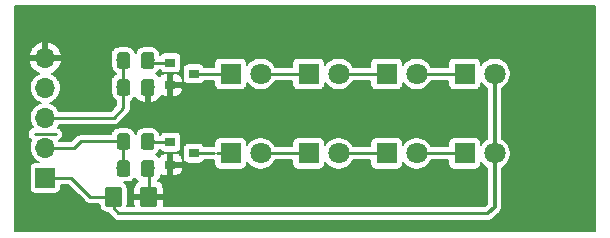
<source format=gbr>
G04 #@! TF.GenerationSoftware,KiCad,Pcbnew,6.0.0-unknown-ea0edab~86~ubuntu18.04.1*
G04 #@! TF.CreationDate,2019-07-07T11:36:40+02:00*
G04 #@! TF.ProjectId,ir-transmitter,69722d74-7261-46e7-936d-69747465722e,rev?*
G04 #@! TF.SameCoordinates,Original*
G04 #@! TF.FileFunction,Copper,L1,Top*
G04 #@! TF.FilePolarity,Positive*
%FSLAX46Y46*%
G04 Gerber Fmt 4.6, Leading zero omitted, Abs format (unit mm)*
G04 Created by KiCad (PCBNEW 6.0.0-unknown-ea0edab~86~ubuntu18.04.1) date 2019-07-07 11:36:40*
%MOMM*%
%LPD*%
G04 APERTURE LIST*
%ADD10O,1.700000X1.700000*%
%ADD11R,1.700000X1.700000*%
%ADD12R,0.900000X0.800000*%
%ADD13C,0.100000*%
%ADD14C,1.150000*%
%ADD15C,1.800000*%
%ADD16R,1.800000X1.800000*%
%ADD17C,1.425000*%
%ADD18C,0.250000*%
%ADD19C,0.300000*%
%ADD20C,0.150000*%
G04 APERTURE END LIST*
D10*
X83000000Y-134840000D03*
X83000000Y-137380000D03*
X83000000Y-139920000D03*
X83000000Y-142460000D03*
D11*
X83000000Y-145000000D03*
D12*
X95587000Y-136187000D03*
X93587000Y-137137000D03*
X93587000Y-135237000D03*
X95587000Y-142918000D03*
X93587000Y-143868000D03*
X93587000Y-141968000D03*
D13*
G36*
X90045671Y-134363030D02*
G01*
X90126777Y-134417223D01*
X90180970Y-134498329D01*
X90200000Y-134593999D01*
X90200000Y-135494001D01*
X90180970Y-135589671D01*
X90126777Y-135670777D01*
X90045671Y-135724970D01*
X89950001Y-135744000D01*
X89299999Y-135744000D01*
X89204329Y-135724970D01*
X89123223Y-135670777D01*
X89069030Y-135589671D01*
X89050000Y-135494001D01*
X89050000Y-134593999D01*
X89069030Y-134498329D01*
X89123223Y-134417223D01*
X89204329Y-134363030D01*
X89299999Y-134344000D01*
X89950001Y-134344000D01*
X90045671Y-134363030D01*
X90045671Y-134363030D01*
G37*
D14*
X89625000Y-135044000D03*
D13*
G36*
X92095671Y-134363030D02*
G01*
X92176777Y-134417223D01*
X92230970Y-134498329D01*
X92250000Y-134593999D01*
X92250000Y-135494001D01*
X92230970Y-135589671D01*
X92176777Y-135670777D01*
X92095671Y-135724970D01*
X92000001Y-135744000D01*
X91349999Y-135744000D01*
X91254329Y-135724970D01*
X91173223Y-135670777D01*
X91119030Y-135589671D01*
X91100000Y-135494001D01*
X91100000Y-134593999D01*
X91119030Y-134498329D01*
X91173223Y-134417223D01*
X91254329Y-134363030D01*
X91349999Y-134344000D01*
X92000001Y-134344000D01*
X92095671Y-134363030D01*
X92095671Y-134363030D01*
G37*
D14*
X91675000Y-135044000D03*
D13*
G36*
X90045671Y-136649030D02*
G01*
X90126777Y-136703223D01*
X90180970Y-136784329D01*
X90200000Y-136879999D01*
X90200000Y-137780001D01*
X90180970Y-137875671D01*
X90126777Y-137956777D01*
X90045671Y-138010970D01*
X89950001Y-138030000D01*
X89299999Y-138030000D01*
X89204329Y-138010970D01*
X89123223Y-137956777D01*
X89069030Y-137875671D01*
X89050000Y-137780001D01*
X89050000Y-136879999D01*
X89069030Y-136784329D01*
X89123223Y-136703223D01*
X89204329Y-136649030D01*
X89299999Y-136630000D01*
X89950001Y-136630000D01*
X90045671Y-136649030D01*
X90045671Y-136649030D01*
G37*
D14*
X89625000Y-137330000D03*
D13*
G36*
X92095671Y-136649030D02*
G01*
X92176777Y-136703223D01*
X92230970Y-136784329D01*
X92250000Y-136879999D01*
X92250000Y-137780001D01*
X92230970Y-137875671D01*
X92176777Y-137956777D01*
X92095671Y-138010970D01*
X92000001Y-138030000D01*
X91349999Y-138030000D01*
X91254329Y-138010970D01*
X91173223Y-137956777D01*
X91119030Y-137875671D01*
X91100000Y-137780001D01*
X91100000Y-136879999D01*
X91119030Y-136784329D01*
X91173223Y-136703223D01*
X91254329Y-136649030D01*
X91349999Y-136630000D01*
X92000001Y-136630000D01*
X92095671Y-136649030D01*
X92095671Y-136649030D01*
G37*
D14*
X91675000Y-137330000D03*
D13*
G36*
X90045671Y-141221030D02*
G01*
X90126777Y-141275223D01*
X90180970Y-141356329D01*
X90200000Y-141451999D01*
X90200000Y-142352001D01*
X90180970Y-142447671D01*
X90126777Y-142528777D01*
X90045671Y-142582970D01*
X89950001Y-142602000D01*
X89299999Y-142602000D01*
X89204329Y-142582970D01*
X89123223Y-142528777D01*
X89069030Y-142447671D01*
X89050000Y-142352001D01*
X89050000Y-141451999D01*
X89069030Y-141356329D01*
X89123223Y-141275223D01*
X89204329Y-141221030D01*
X89299999Y-141202000D01*
X89950001Y-141202000D01*
X90045671Y-141221030D01*
X90045671Y-141221030D01*
G37*
D14*
X89625000Y-141902000D03*
D13*
G36*
X92095671Y-141221030D02*
G01*
X92176777Y-141275223D01*
X92230970Y-141356329D01*
X92250000Y-141451999D01*
X92250000Y-142352001D01*
X92230970Y-142447671D01*
X92176777Y-142528777D01*
X92095671Y-142582970D01*
X92000001Y-142602000D01*
X91349999Y-142602000D01*
X91254329Y-142582970D01*
X91173223Y-142528777D01*
X91119030Y-142447671D01*
X91100000Y-142352001D01*
X91100000Y-141451999D01*
X91119030Y-141356329D01*
X91173223Y-141275223D01*
X91254329Y-141221030D01*
X91349999Y-141202000D01*
X92000001Y-141202000D01*
X92095671Y-141221030D01*
X92095671Y-141221030D01*
G37*
D14*
X91675000Y-141902000D03*
D13*
G36*
X90045671Y-143507030D02*
G01*
X90126777Y-143561223D01*
X90180970Y-143642329D01*
X90200000Y-143737999D01*
X90200000Y-144638001D01*
X90180970Y-144733671D01*
X90126777Y-144814777D01*
X90045671Y-144868970D01*
X89950001Y-144888000D01*
X89299999Y-144888000D01*
X89204329Y-144868970D01*
X89123223Y-144814777D01*
X89069030Y-144733671D01*
X89050000Y-144638001D01*
X89050000Y-143737999D01*
X89069030Y-143642329D01*
X89123223Y-143561223D01*
X89204329Y-143507030D01*
X89299999Y-143488000D01*
X89950001Y-143488000D01*
X90045671Y-143507030D01*
X90045671Y-143507030D01*
G37*
D14*
X89625000Y-144188000D03*
D13*
G36*
X92095671Y-143507030D02*
G01*
X92176777Y-143561223D01*
X92230970Y-143642329D01*
X92250000Y-143737999D01*
X92250000Y-144638001D01*
X92230970Y-144733671D01*
X92176777Y-144814777D01*
X92095671Y-144868970D01*
X92000001Y-144888000D01*
X91349999Y-144888000D01*
X91254329Y-144868970D01*
X91173223Y-144814777D01*
X91119030Y-144733671D01*
X91100000Y-144638001D01*
X91100000Y-143737999D01*
X91119030Y-143642329D01*
X91173223Y-143561223D01*
X91254329Y-143507030D01*
X91349999Y-143488000D01*
X92000001Y-143488000D01*
X92095671Y-143507030D01*
X92095671Y-143507030D01*
G37*
D14*
X91675000Y-144188000D03*
D15*
X101237000Y-136187000D03*
D16*
X98697000Y-136187000D03*
D15*
X107841000Y-136187000D03*
D16*
X105301000Y-136187000D03*
D15*
X114445000Y-136187000D03*
D16*
X111905000Y-136187000D03*
D15*
X121049000Y-136187000D03*
D16*
X118509000Y-136187000D03*
D15*
X101237000Y-142918000D03*
D16*
X98697000Y-142918000D03*
D15*
X107841000Y-142918000D03*
D16*
X105301000Y-142918000D03*
D15*
X114445000Y-142918000D03*
D16*
X111905000Y-142918000D03*
D15*
X121049000Y-142918000D03*
D16*
X118509000Y-142918000D03*
D13*
G36*
X92314671Y-145745030D02*
G01*
X92395777Y-145799223D01*
X92449970Y-145880329D01*
X92469000Y-145976000D01*
X92469000Y-147226000D01*
X92449970Y-147321671D01*
X92395777Y-147402777D01*
X92314671Y-147456970D01*
X92219000Y-147476000D01*
X91294000Y-147476000D01*
X91198329Y-147456970D01*
X91117223Y-147402777D01*
X91063030Y-147321671D01*
X91044000Y-147226000D01*
X91044000Y-145976000D01*
X91063030Y-145880329D01*
X91117223Y-145799223D01*
X91198329Y-145745030D01*
X91294000Y-145726000D01*
X92219000Y-145726000D01*
X92314671Y-145745030D01*
X92314671Y-145745030D01*
G37*
D17*
X91756500Y-146601000D03*
D13*
G36*
X89339671Y-145745030D02*
G01*
X89420777Y-145799223D01*
X89474970Y-145880329D01*
X89494000Y-145976000D01*
X89494000Y-147226000D01*
X89474970Y-147321671D01*
X89420777Y-147402777D01*
X89339671Y-147456970D01*
X89244000Y-147476000D01*
X88319000Y-147476000D01*
X88223329Y-147456970D01*
X88142223Y-147402777D01*
X88088030Y-147321671D01*
X88069000Y-147226000D01*
X88069000Y-145976000D01*
X88088030Y-145880329D01*
X88142223Y-145799223D01*
X88223329Y-145745030D01*
X88319000Y-145726000D01*
X89244000Y-145726000D01*
X89339671Y-145745030D01*
X89339671Y-145745030D01*
G37*
D17*
X88781500Y-146601000D03*
D18*
X83579002Y-141300000D02*
X83564001Y-141284999D01*
X83564001Y-141284999D02*
X82115001Y-141284999D01*
X83900000Y-141300000D02*
X83579002Y-141300000D01*
X89200000Y-148000000D02*
X88781500Y-147581500D01*
X88781500Y-147581500D02*
X88781500Y-146601000D01*
X120500000Y-148000000D02*
X89200000Y-148000000D01*
X86801000Y-146601000D02*
X85200000Y-145000000D01*
X85200000Y-145000000D02*
X83000000Y-145000000D01*
X88781500Y-146601000D02*
X86801000Y-146601000D01*
X88780000Y-139920000D02*
X89625000Y-139075000D01*
X89625000Y-139075000D02*
X89625000Y-137330000D01*
X83000000Y-139920000D02*
X88780000Y-139920000D01*
X85998000Y-141902000D02*
X85440000Y-142460000D01*
X85440000Y-142460000D02*
X83000000Y-142460000D01*
X89625000Y-141902000D02*
X85998000Y-141902000D01*
X89625000Y-135044000D02*
X89625000Y-137330000D01*
X91868000Y-135237000D02*
X91675000Y-135044000D01*
X93587000Y-135237000D02*
X91868000Y-135237000D01*
X91868000Y-137137000D02*
X91675000Y-137330000D01*
X96287000Y-136187000D02*
X98397000Y-136187000D01*
X95587000Y-136187000D02*
X96287000Y-136187000D01*
X102509792Y-136187000D02*
X105301000Y-136187000D01*
X101237000Y-136187000D02*
X102509792Y-136187000D01*
X97247000Y-142918000D02*
X95587000Y-142918000D01*
X98697000Y-142918000D02*
X97547000Y-142918000D01*
X102509792Y-142918000D02*
X105301000Y-142918000D01*
X101237000Y-142918000D02*
X102509792Y-142918000D01*
X118509000Y-142918000D02*
X114445000Y-142918000D01*
X115717792Y-136187000D02*
X118509000Y-136187000D01*
X114445000Y-136187000D02*
X115717792Y-136187000D01*
X111905000Y-136187000D02*
X107841000Y-136187000D01*
X107841000Y-142918000D02*
X111905000Y-142918000D01*
X89625000Y-144188000D02*
X89625000Y-141902000D01*
X91741000Y-141968000D02*
X91675000Y-141902000D01*
X93587000Y-141968000D02*
X91741000Y-141968000D01*
X91756500Y-144269500D02*
X91675000Y-144188000D01*
X91756500Y-146601000D02*
X91756500Y-144269500D01*
X93267000Y-144188000D02*
X93587000Y-143868000D01*
D19*
X121049000Y-147451000D02*
X121049000Y-142918000D01*
X120500000Y-148000000D02*
X121049000Y-147451000D01*
X121049000Y-141645208D02*
X121049000Y-136187000D01*
X121049000Y-142918000D02*
X121049000Y-141645208D01*
D20*
G36*
X129525001Y-149525000D02*
G01*
X80475000Y-149525000D01*
X80475000Y-141320289D01*
X81509663Y-141320289D01*
X81511595Y-141344841D01*
X81553730Y-141514466D01*
X81563511Y-141537068D01*
X81658319Y-141683899D01*
X81674894Y-141702115D01*
X81812151Y-141810320D01*
X81833817Y-141821040D01*
X81831515Y-141825228D01*
X81741826Y-142029543D01*
X81737573Y-142042181D01*
X81685484Y-142259150D01*
X81683536Y-142272341D01*
X81670691Y-142495105D01*
X81671110Y-142508432D01*
X81697917Y-142729950D01*
X81700689Y-142742993D01*
X81766299Y-142956263D01*
X81771338Y-142968609D01*
X81873679Y-143166889D01*
X81880823Y-143178147D01*
X82016658Y-143355172D01*
X82025684Y-143364988D01*
X82190721Y-143515159D01*
X82201342Y-143523220D01*
X82390363Y-143641794D01*
X82402244Y-143647848D01*
X82450294Y-143667164D01*
X82150000Y-143667164D01*
X82135368Y-143668605D01*
X81979296Y-143699650D01*
X81952261Y-143710849D01*
X81819949Y-143799256D01*
X81799256Y-143819949D01*
X81710849Y-143952261D01*
X81699650Y-143979296D01*
X81668605Y-144135368D01*
X81667164Y-144150000D01*
X81667164Y-145850000D01*
X81668605Y-145864632D01*
X81699650Y-146020704D01*
X81710849Y-146047739D01*
X81799256Y-146180051D01*
X81819949Y-146200744D01*
X81952261Y-146289151D01*
X81979296Y-146300350D01*
X82135368Y-146331395D01*
X82150000Y-146332836D01*
X83850000Y-146332836D01*
X83864632Y-146331395D01*
X84020704Y-146300350D01*
X84047739Y-146289151D01*
X84180051Y-146200744D01*
X84200744Y-146180051D01*
X84289151Y-146047739D01*
X84300350Y-146020704D01*
X84331395Y-145864632D01*
X84332836Y-145850000D01*
X84332836Y-145600000D01*
X84951473Y-145600000D01*
X86331460Y-146979988D01*
X86344318Y-146999901D01*
X86360893Y-147018116D01*
X86401972Y-147050500D01*
X86407573Y-147056101D01*
X86417000Y-147064089D01*
X86440624Y-147080971D01*
X86498150Y-147126321D01*
X86517445Y-147135867D01*
X86523232Y-147140003D01*
X86545349Y-147150839D01*
X86712801Y-147200917D01*
X86737235Y-147204003D01*
X86813665Y-147201000D01*
X87589482Y-147201000D01*
X87589482Y-147223176D01*
X87590790Y-147237119D01*
X87636230Y-147477273D01*
X87644970Y-147500830D01*
X87742941Y-147670522D01*
X87756880Y-147688001D01*
X87900517Y-147821276D01*
X87918989Y-147833870D01*
X88095528Y-147918887D01*
X88116891Y-147925476D01*
X88302809Y-147953499D01*
X88310023Y-147962799D01*
X88366219Y-148014746D01*
X88730460Y-148378988D01*
X88743318Y-148398901D01*
X88759893Y-148417116D01*
X88800972Y-148449500D01*
X88806573Y-148455101D01*
X88816000Y-148463089D01*
X88839621Y-148479969D01*
X88897150Y-148525321D01*
X88916444Y-148534867D01*
X88922232Y-148539003D01*
X88944348Y-148549837D01*
X89111799Y-148599916D01*
X89136234Y-148603003D01*
X89212664Y-148600000D01*
X120317184Y-148600000D01*
X120457949Y-148630305D01*
X120482549Y-148631465D01*
X120664382Y-148609944D01*
X120693745Y-148600020D01*
X120906142Y-148474408D01*
X120920997Y-148462885D01*
X121443778Y-147940105D01*
X121464958Y-147926429D01*
X121483174Y-147909854D01*
X121517234Y-147866649D01*
X121523249Y-147860634D01*
X121531236Y-147851208D01*
X121548968Y-147826396D01*
X121596532Y-147766060D01*
X121606544Y-147745825D01*
X121610765Y-147739918D01*
X121621600Y-147717802D01*
X121674063Y-147542376D01*
X121677149Y-147517943D01*
X121674000Y-147437789D01*
X121674000Y-144144869D01*
X121834997Y-144051917D01*
X121845706Y-144044418D01*
X122019959Y-143898203D01*
X122029203Y-143888959D01*
X122175418Y-143714706D01*
X122182917Y-143703997D01*
X122296652Y-143507002D01*
X122302177Y-143495153D01*
X122379976Y-143281401D01*
X122383360Y-143268774D01*
X122422860Y-143044759D01*
X122423999Y-143031735D01*
X122423999Y-142804265D01*
X122422860Y-142791241D01*
X122383360Y-142567226D01*
X122379976Y-142554599D01*
X122302177Y-142340847D01*
X122296652Y-142328998D01*
X122182917Y-142132003D01*
X122175418Y-142121294D01*
X122029203Y-141947041D01*
X122019959Y-141937797D01*
X121845706Y-141791582D01*
X121834997Y-141784083D01*
X121674000Y-141691131D01*
X121674000Y-137413869D01*
X121834997Y-137320917D01*
X121845706Y-137313418D01*
X122019959Y-137167203D01*
X122029203Y-137157959D01*
X122175418Y-136983706D01*
X122182917Y-136972997D01*
X122296652Y-136776002D01*
X122302177Y-136764153D01*
X122379976Y-136550401D01*
X122383360Y-136537774D01*
X122422860Y-136313759D01*
X122423999Y-136300735D01*
X122423999Y-136073265D01*
X122422860Y-136060241D01*
X122383360Y-135836226D01*
X122379976Y-135823599D01*
X122302177Y-135609847D01*
X122296652Y-135597998D01*
X122182917Y-135401003D01*
X122175418Y-135390294D01*
X122029203Y-135216041D01*
X122019959Y-135206797D01*
X121845706Y-135060582D01*
X121834997Y-135053083D01*
X121638002Y-134939348D01*
X121626153Y-134933823D01*
X121412401Y-134856024D01*
X121399774Y-134852640D01*
X121175759Y-134813140D01*
X121162735Y-134812001D01*
X120935265Y-134812001D01*
X120922241Y-134813140D01*
X120698226Y-134852640D01*
X120685599Y-134856024D01*
X120471847Y-134933823D01*
X120459998Y-134939348D01*
X120263003Y-135053083D01*
X120252294Y-135060582D01*
X120078041Y-135206797D01*
X120068797Y-135216041D01*
X119922582Y-135390294D01*
X119915083Y-135401003D01*
X119891836Y-135441268D01*
X119891836Y-135287000D01*
X119890395Y-135272368D01*
X119859350Y-135116296D01*
X119848151Y-135089261D01*
X119759744Y-134956949D01*
X119739051Y-134936256D01*
X119606739Y-134847849D01*
X119579704Y-134836650D01*
X119423632Y-134805605D01*
X119409000Y-134804164D01*
X117609000Y-134804164D01*
X117594368Y-134805605D01*
X117438296Y-134836650D01*
X117411261Y-134847849D01*
X117278949Y-134936256D01*
X117258256Y-134956949D01*
X117169849Y-135089261D01*
X117158650Y-135116296D01*
X117127605Y-135272368D01*
X117126164Y-135287000D01*
X117126164Y-135587000D01*
X115686302Y-135587000D01*
X115578917Y-135401003D01*
X115571418Y-135390294D01*
X115425203Y-135216041D01*
X115415959Y-135206797D01*
X115241706Y-135060582D01*
X115230997Y-135053083D01*
X115034002Y-134939348D01*
X115022153Y-134933823D01*
X114808401Y-134856024D01*
X114795774Y-134852640D01*
X114571759Y-134813140D01*
X114558735Y-134812001D01*
X114331265Y-134812001D01*
X114318241Y-134813140D01*
X114094226Y-134852640D01*
X114081599Y-134856024D01*
X113867847Y-134933823D01*
X113855998Y-134939348D01*
X113659003Y-135053083D01*
X113648294Y-135060582D01*
X113474041Y-135206797D01*
X113464797Y-135216041D01*
X113318582Y-135390294D01*
X113311083Y-135401003D01*
X113287836Y-135441268D01*
X113287836Y-135287000D01*
X113286395Y-135272368D01*
X113255350Y-135116296D01*
X113244151Y-135089261D01*
X113155744Y-134956949D01*
X113135051Y-134936256D01*
X113002739Y-134847849D01*
X112975704Y-134836650D01*
X112819632Y-134805605D01*
X112805000Y-134804164D01*
X111005000Y-134804164D01*
X110990368Y-134805605D01*
X110834296Y-134836650D01*
X110807261Y-134847849D01*
X110674949Y-134936256D01*
X110654256Y-134956949D01*
X110565849Y-135089261D01*
X110554650Y-135116296D01*
X110523605Y-135272368D01*
X110522164Y-135287000D01*
X110522164Y-135587000D01*
X109082302Y-135587000D01*
X108974917Y-135401003D01*
X108967418Y-135390294D01*
X108821203Y-135216041D01*
X108811959Y-135206797D01*
X108637706Y-135060582D01*
X108626997Y-135053083D01*
X108430002Y-134939348D01*
X108418153Y-134933823D01*
X108204401Y-134856024D01*
X108191774Y-134852640D01*
X107967759Y-134813140D01*
X107954735Y-134812001D01*
X107727265Y-134812001D01*
X107714241Y-134813140D01*
X107490226Y-134852640D01*
X107477599Y-134856024D01*
X107263847Y-134933823D01*
X107251998Y-134939348D01*
X107055003Y-135053083D01*
X107044294Y-135060582D01*
X106870041Y-135206797D01*
X106860797Y-135216041D01*
X106714582Y-135390294D01*
X106707083Y-135401003D01*
X106683836Y-135441268D01*
X106683836Y-135287000D01*
X106682395Y-135272368D01*
X106651350Y-135116296D01*
X106640151Y-135089261D01*
X106551744Y-134956949D01*
X106531051Y-134936256D01*
X106398739Y-134847849D01*
X106371704Y-134836650D01*
X106215632Y-134805605D01*
X106201000Y-134804164D01*
X104401000Y-134804164D01*
X104386368Y-134805605D01*
X104230296Y-134836650D01*
X104203261Y-134847849D01*
X104070949Y-134936256D01*
X104050256Y-134956949D01*
X103961849Y-135089261D01*
X103950650Y-135116296D01*
X103919605Y-135272368D01*
X103918164Y-135287000D01*
X103918164Y-135587000D01*
X102478302Y-135587000D01*
X102370917Y-135401003D01*
X102363418Y-135390294D01*
X102217203Y-135216041D01*
X102207959Y-135206797D01*
X102033706Y-135060582D01*
X102022997Y-135053083D01*
X101826002Y-134939348D01*
X101814153Y-134933823D01*
X101600401Y-134856024D01*
X101587774Y-134852640D01*
X101363759Y-134813140D01*
X101350735Y-134812001D01*
X101123265Y-134812001D01*
X101110241Y-134813140D01*
X100886226Y-134852640D01*
X100873599Y-134856024D01*
X100659847Y-134933823D01*
X100647998Y-134939348D01*
X100451003Y-135053083D01*
X100440294Y-135060582D01*
X100266041Y-135206797D01*
X100256797Y-135216041D01*
X100110582Y-135390294D01*
X100103083Y-135401003D01*
X100079836Y-135441268D01*
X100079836Y-135287000D01*
X100078395Y-135272368D01*
X100047350Y-135116296D01*
X100036151Y-135089261D01*
X99947744Y-134956949D01*
X99927051Y-134936256D01*
X99794739Y-134847849D01*
X99767704Y-134836650D01*
X99611632Y-134805605D01*
X99597000Y-134804164D01*
X97797000Y-134804164D01*
X97782368Y-134805605D01*
X97626296Y-134836650D01*
X97599261Y-134847849D01*
X97466949Y-134936256D01*
X97446256Y-134956949D01*
X97357849Y-135089261D01*
X97346650Y-135116296D01*
X97315605Y-135272368D01*
X97314164Y-135287000D01*
X97314164Y-135587000D01*
X96474640Y-135587000D01*
X96387744Y-135456949D01*
X96367051Y-135436256D01*
X96234739Y-135347849D01*
X96207704Y-135336650D01*
X96051632Y-135305605D01*
X96037000Y-135304164D01*
X95137000Y-135304164D01*
X95122368Y-135305605D01*
X94966296Y-135336650D01*
X94939261Y-135347849D01*
X94806949Y-135436256D01*
X94786256Y-135456949D01*
X94697849Y-135589261D01*
X94686650Y-135616296D01*
X94655605Y-135772368D01*
X94654164Y-135787000D01*
X94654164Y-136587000D01*
X94655605Y-136601632D01*
X94686650Y-136757704D01*
X94697849Y-136784739D01*
X94786256Y-136917051D01*
X94806949Y-136937744D01*
X94939261Y-137026151D01*
X94966296Y-137037350D01*
X95122368Y-137068395D01*
X95137000Y-137069836D01*
X96037000Y-137069836D01*
X96051632Y-137068395D01*
X96207704Y-137037350D01*
X96234739Y-137026151D01*
X96367051Y-136937744D01*
X96387744Y-136917051D01*
X96474640Y-136787000D01*
X97314164Y-136787000D01*
X97314164Y-137087000D01*
X97315605Y-137101632D01*
X97346650Y-137257704D01*
X97357849Y-137284739D01*
X97446256Y-137417051D01*
X97466949Y-137437744D01*
X97599261Y-137526151D01*
X97626296Y-137537350D01*
X97782368Y-137568395D01*
X97797000Y-137569836D01*
X99597000Y-137569836D01*
X99611632Y-137568395D01*
X99767704Y-137537350D01*
X99794739Y-137526151D01*
X99927051Y-137437744D01*
X99947744Y-137417051D01*
X100036151Y-137284739D01*
X100047350Y-137257704D01*
X100078395Y-137101632D01*
X100079836Y-137087000D01*
X100079836Y-136932732D01*
X100103083Y-136972997D01*
X100110582Y-136983706D01*
X100256797Y-137157959D01*
X100266041Y-137167203D01*
X100440294Y-137313418D01*
X100451003Y-137320917D01*
X100647998Y-137434652D01*
X100659847Y-137440177D01*
X100873599Y-137517976D01*
X100886226Y-137521360D01*
X101110241Y-137560860D01*
X101123265Y-137561999D01*
X101350735Y-137561999D01*
X101363759Y-137560860D01*
X101587774Y-137521360D01*
X101600401Y-137517976D01*
X101814153Y-137440177D01*
X101826002Y-137434652D01*
X102022997Y-137320917D01*
X102033706Y-137313418D01*
X102207959Y-137167203D01*
X102217203Y-137157959D01*
X102363418Y-136983706D01*
X102370917Y-136972997D01*
X102478302Y-136787000D01*
X103918164Y-136787000D01*
X103918164Y-137087000D01*
X103919605Y-137101632D01*
X103950650Y-137257704D01*
X103961849Y-137284739D01*
X104050256Y-137417051D01*
X104070949Y-137437744D01*
X104203261Y-137526151D01*
X104230296Y-137537350D01*
X104386368Y-137568395D01*
X104401000Y-137569836D01*
X106201000Y-137569836D01*
X106215632Y-137568395D01*
X106371704Y-137537350D01*
X106398739Y-137526151D01*
X106531051Y-137437744D01*
X106551744Y-137417051D01*
X106640151Y-137284739D01*
X106651350Y-137257704D01*
X106682395Y-137101632D01*
X106683836Y-137087000D01*
X106683836Y-136932732D01*
X106707083Y-136972997D01*
X106714582Y-136983706D01*
X106860797Y-137157959D01*
X106870041Y-137167203D01*
X107044294Y-137313418D01*
X107055003Y-137320917D01*
X107251998Y-137434652D01*
X107263847Y-137440177D01*
X107477599Y-137517976D01*
X107490226Y-137521360D01*
X107714241Y-137560860D01*
X107727265Y-137561999D01*
X107954735Y-137561999D01*
X107967759Y-137560860D01*
X108191774Y-137521360D01*
X108204401Y-137517976D01*
X108418153Y-137440177D01*
X108430002Y-137434652D01*
X108626997Y-137320917D01*
X108637706Y-137313418D01*
X108811959Y-137167203D01*
X108821203Y-137157959D01*
X108967418Y-136983706D01*
X108974917Y-136972997D01*
X109082302Y-136787000D01*
X110522164Y-136787000D01*
X110522164Y-137087000D01*
X110523605Y-137101632D01*
X110554650Y-137257704D01*
X110565849Y-137284739D01*
X110654256Y-137417051D01*
X110674949Y-137437744D01*
X110807261Y-137526151D01*
X110834296Y-137537350D01*
X110990368Y-137568395D01*
X111005000Y-137569836D01*
X112805000Y-137569836D01*
X112819632Y-137568395D01*
X112975704Y-137537350D01*
X113002739Y-137526151D01*
X113135051Y-137437744D01*
X113155744Y-137417051D01*
X113244151Y-137284739D01*
X113255350Y-137257704D01*
X113286395Y-137101632D01*
X113287836Y-137087000D01*
X113287836Y-136932732D01*
X113311083Y-136972997D01*
X113318582Y-136983706D01*
X113464797Y-137157959D01*
X113474041Y-137167203D01*
X113648294Y-137313418D01*
X113659003Y-137320917D01*
X113855998Y-137434652D01*
X113867847Y-137440177D01*
X114081599Y-137517976D01*
X114094226Y-137521360D01*
X114318241Y-137560860D01*
X114331265Y-137561999D01*
X114558735Y-137561999D01*
X114571759Y-137560860D01*
X114795774Y-137521360D01*
X114808401Y-137517976D01*
X115022153Y-137440177D01*
X115034002Y-137434652D01*
X115230997Y-137320917D01*
X115241706Y-137313418D01*
X115415959Y-137167203D01*
X115425203Y-137157959D01*
X115571418Y-136983706D01*
X115578917Y-136972997D01*
X115686302Y-136787000D01*
X117126164Y-136787000D01*
X117126164Y-137087000D01*
X117127605Y-137101632D01*
X117158650Y-137257704D01*
X117169849Y-137284739D01*
X117258256Y-137417051D01*
X117278949Y-137437744D01*
X117411261Y-137526151D01*
X117438296Y-137537350D01*
X117594368Y-137568395D01*
X117609000Y-137569836D01*
X119409000Y-137569836D01*
X119423632Y-137568395D01*
X119579704Y-137537350D01*
X119606739Y-137526151D01*
X119739051Y-137437744D01*
X119759744Y-137417051D01*
X119848151Y-137284739D01*
X119859350Y-137257704D01*
X119890395Y-137101632D01*
X119891836Y-137087000D01*
X119891836Y-136932732D01*
X119915083Y-136972997D01*
X119922582Y-136983706D01*
X120068797Y-137157959D01*
X120078041Y-137167203D01*
X120252294Y-137313418D01*
X120263003Y-137320917D01*
X120424001Y-137413869D01*
X120424000Y-141690898D01*
X120424001Y-141690910D01*
X120424001Y-141691131D01*
X120263003Y-141784083D01*
X120252294Y-141791582D01*
X120078041Y-141937797D01*
X120068797Y-141947041D01*
X119922582Y-142121294D01*
X119915083Y-142132003D01*
X119891836Y-142172268D01*
X119891836Y-142018000D01*
X119890395Y-142003368D01*
X119859350Y-141847296D01*
X119848151Y-141820261D01*
X119759744Y-141687949D01*
X119739051Y-141667256D01*
X119606739Y-141578849D01*
X119579704Y-141567650D01*
X119423632Y-141536605D01*
X119409000Y-141535164D01*
X117609000Y-141535164D01*
X117594368Y-141536605D01*
X117438296Y-141567650D01*
X117411261Y-141578849D01*
X117278949Y-141667256D01*
X117258256Y-141687949D01*
X117169849Y-141820261D01*
X117158650Y-141847296D01*
X117127605Y-142003368D01*
X117126164Y-142018000D01*
X117126164Y-142318000D01*
X115686302Y-142318000D01*
X115578917Y-142132003D01*
X115571418Y-142121294D01*
X115425203Y-141947041D01*
X115415959Y-141937797D01*
X115241706Y-141791582D01*
X115230997Y-141784083D01*
X115034002Y-141670348D01*
X115022153Y-141664823D01*
X114808401Y-141587024D01*
X114795774Y-141583640D01*
X114571759Y-141544140D01*
X114558735Y-141543001D01*
X114331265Y-141543001D01*
X114318241Y-141544140D01*
X114094226Y-141583640D01*
X114081599Y-141587024D01*
X113867847Y-141664823D01*
X113855998Y-141670348D01*
X113659003Y-141784083D01*
X113648294Y-141791582D01*
X113474041Y-141937797D01*
X113464797Y-141947041D01*
X113318582Y-142121294D01*
X113311083Y-142132003D01*
X113287836Y-142172268D01*
X113287836Y-142018000D01*
X113286395Y-142003368D01*
X113255350Y-141847296D01*
X113244151Y-141820261D01*
X113155744Y-141687949D01*
X113135051Y-141667256D01*
X113002739Y-141578849D01*
X112975704Y-141567650D01*
X112819632Y-141536605D01*
X112805000Y-141535164D01*
X111005000Y-141535164D01*
X110990368Y-141536605D01*
X110834296Y-141567650D01*
X110807261Y-141578849D01*
X110674949Y-141667256D01*
X110654256Y-141687949D01*
X110565849Y-141820261D01*
X110554650Y-141847296D01*
X110523605Y-142003368D01*
X110522164Y-142018000D01*
X110522164Y-142318000D01*
X109082302Y-142318000D01*
X108974917Y-142132003D01*
X108967418Y-142121294D01*
X108821203Y-141947041D01*
X108811959Y-141937797D01*
X108637706Y-141791582D01*
X108626997Y-141784083D01*
X108430002Y-141670348D01*
X108418153Y-141664823D01*
X108204401Y-141587024D01*
X108191774Y-141583640D01*
X107967759Y-141544140D01*
X107954735Y-141543001D01*
X107727265Y-141543001D01*
X107714241Y-141544140D01*
X107490226Y-141583640D01*
X107477599Y-141587024D01*
X107263847Y-141664823D01*
X107251998Y-141670348D01*
X107055003Y-141784083D01*
X107044294Y-141791582D01*
X106870041Y-141937797D01*
X106860797Y-141947041D01*
X106714582Y-142121294D01*
X106707083Y-142132003D01*
X106683836Y-142172268D01*
X106683836Y-142018000D01*
X106682395Y-142003368D01*
X106651350Y-141847296D01*
X106640151Y-141820261D01*
X106551744Y-141687949D01*
X106531051Y-141667256D01*
X106398739Y-141578849D01*
X106371704Y-141567650D01*
X106215632Y-141536605D01*
X106201000Y-141535164D01*
X104401000Y-141535164D01*
X104386368Y-141536605D01*
X104230296Y-141567650D01*
X104203261Y-141578849D01*
X104070949Y-141667256D01*
X104050256Y-141687949D01*
X103961849Y-141820261D01*
X103950650Y-141847296D01*
X103919605Y-142003368D01*
X103918164Y-142018000D01*
X103918164Y-142318000D01*
X102478302Y-142318000D01*
X102370917Y-142132003D01*
X102363418Y-142121294D01*
X102217203Y-141947041D01*
X102207959Y-141937797D01*
X102033706Y-141791582D01*
X102022997Y-141784083D01*
X101826002Y-141670348D01*
X101814153Y-141664823D01*
X101600401Y-141587024D01*
X101587774Y-141583640D01*
X101363759Y-141544140D01*
X101350735Y-141543001D01*
X101123265Y-141543001D01*
X101110241Y-141544140D01*
X100886226Y-141583640D01*
X100873599Y-141587024D01*
X100659847Y-141664823D01*
X100647998Y-141670348D01*
X100451003Y-141784083D01*
X100440294Y-141791582D01*
X100266041Y-141937797D01*
X100256797Y-141947041D01*
X100110582Y-142121294D01*
X100103083Y-142132003D01*
X100079836Y-142172268D01*
X100079836Y-142018000D01*
X100078395Y-142003368D01*
X100047350Y-141847296D01*
X100036151Y-141820261D01*
X99947744Y-141687949D01*
X99927051Y-141667256D01*
X99794739Y-141578849D01*
X99767704Y-141567650D01*
X99611632Y-141536605D01*
X99597000Y-141535164D01*
X97797000Y-141535164D01*
X97782368Y-141536605D01*
X97626296Y-141567650D01*
X97599261Y-141578849D01*
X97466949Y-141667256D01*
X97446256Y-141687949D01*
X97357849Y-141820261D01*
X97346650Y-141847296D01*
X97315605Y-142003368D01*
X97314164Y-142018000D01*
X97314164Y-142325553D01*
X97293924Y-142320356D01*
X97275272Y-142318000D01*
X96474640Y-142318000D01*
X96387744Y-142187949D01*
X96367051Y-142167256D01*
X96234739Y-142078849D01*
X96207704Y-142067650D01*
X96051632Y-142036605D01*
X96037000Y-142035164D01*
X95137000Y-142035164D01*
X95122368Y-142036605D01*
X94966296Y-142067650D01*
X94939261Y-142078849D01*
X94806949Y-142167256D01*
X94786256Y-142187949D01*
X94697849Y-142320261D01*
X94686650Y-142347296D01*
X94655605Y-142503368D01*
X94654164Y-142518000D01*
X94654164Y-143318000D01*
X94655605Y-143332632D01*
X94686650Y-143488704D01*
X94697849Y-143515739D01*
X94786256Y-143648051D01*
X94806949Y-143668744D01*
X94939261Y-143757151D01*
X94966296Y-143768350D01*
X95122368Y-143799395D01*
X95137000Y-143800836D01*
X96037000Y-143800836D01*
X96051632Y-143799395D01*
X96207704Y-143768350D01*
X96234739Y-143757151D01*
X96367051Y-143668744D01*
X96387744Y-143648051D01*
X96474640Y-143518000D01*
X97290611Y-143518000D01*
X97302925Y-143516982D01*
X97314164Y-143515111D01*
X97314164Y-143818000D01*
X97315605Y-143832632D01*
X97346650Y-143988704D01*
X97357849Y-144015739D01*
X97446256Y-144148051D01*
X97466949Y-144168744D01*
X97599261Y-144257151D01*
X97626296Y-144268350D01*
X97782368Y-144299395D01*
X97797000Y-144300836D01*
X99597000Y-144300836D01*
X99611632Y-144299395D01*
X99767704Y-144268350D01*
X99794739Y-144257151D01*
X99927051Y-144168744D01*
X99947744Y-144148051D01*
X100036151Y-144015739D01*
X100047350Y-143988704D01*
X100078395Y-143832632D01*
X100079836Y-143818000D01*
X100079836Y-143663732D01*
X100103083Y-143703997D01*
X100110582Y-143714706D01*
X100256797Y-143888959D01*
X100266041Y-143898203D01*
X100440294Y-144044418D01*
X100451003Y-144051917D01*
X100647998Y-144165652D01*
X100659847Y-144171177D01*
X100873599Y-144248976D01*
X100886226Y-144252360D01*
X101110241Y-144291860D01*
X101123265Y-144292999D01*
X101350735Y-144292999D01*
X101363759Y-144291860D01*
X101587774Y-144252360D01*
X101600401Y-144248976D01*
X101814153Y-144171177D01*
X101826002Y-144165652D01*
X102022997Y-144051917D01*
X102033706Y-144044418D01*
X102207959Y-143898203D01*
X102217203Y-143888959D01*
X102363418Y-143714706D01*
X102370917Y-143703997D01*
X102478302Y-143518000D01*
X103918164Y-143518000D01*
X103918164Y-143818000D01*
X103919605Y-143832632D01*
X103950650Y-143988704D01*
X103961849Y-144015739D01*
X104050256Y-144148051D01*
X104070949Y-144168744D01*
X104203261Y-144257151D01*
X104230296Y-144268350D01*
X104386368Y-144299395D01*
X104401000Y-144300836D01*
X106201000Y-144300836D01*
X106215632Y-144299395D01*
X106371704Y-144268350D01*
X106398739Y-144257151D01*
X106531051Y-144168744D01*
X106551744Y-144148051D01*
X106640151Y-144015739D01*
X106651350Y-143988704D01*
X106682395Y-143832632D01*
X106683836Y-143818000D01*
X106683836Y-143663732D01*
X106707083Y-143703997D01*
X106714582Y-143714706D01*
X106860797Y-143888959D01*
X106870041Y-143898203D01*
X107044294Y-144044418D01*
X107055003Y-144051917D01*
X107251998Y-144165652D01*
X107263847Y-144171177D01*
X107477599Y-144248976D01*
X107490226Y-144252360D01*
X107714241Y-144291860D01*
X107727265Y-144292999D01*
X107954735Y-144292999D01*
X107967759Y-144291860D01*
X108191774Y-144252360D01*
X108204401Y-144248976D01*
X108418153Y-144171177D01*
X108430002Y-144165652D01*
X108626997Y-144051917D01*
X108637706Y-144044418D01*
X108811959Y-143898203D01*
X108821203Y-143888959D01*
X108967418Y-143714706D01*
X108974917Y-143703997D01*
X109082302Y-143518000D01*
X110522164Y-143518000D01*
X110522164Y-143818000D01*
X110523605Y-143832632D01*
X110554650Y-143988704D01*
X110565849Y-144015739D01*
X110654256Y-144148051D01*
X110674949Y-144168744D01*
X110807261Y-144257151D01*
X110834296Y-144268350D01*
X110990368Y-144299395D01*
X111005000Y-144300836D01*
X112805000Y-144300836D01*
X112819632Y-144299395D01*
X112975704Y-144268350D01*
X113002739Y-144257151D01*
X113135051Y-144168744D01*
X113155744Y-144148051D01*
X113244151Y-144015739D01*
X113255350Y-143988704D01*
X113286395Y-143832632D01*
X113287836Y-143818000D01*
X113287836Y-143663732D01*
X113311083Y-143703997D01*
X113318582Y-143714706D01*
X113464797Y-143888959D01*
X113474041Y-143898203D01*
X113648294Y-144044418D01*
X113659003Y-144051917D01*
X113855998Y-144165652D01*
X113867847Y-144171177D01*
X114081599Y-144248976D01*
X114094226Y-144252360D01*
X114318241Y-144291860D01*
X114331265Y-144292999D01*
X114558735Y-144292999D01*
X114571759Y-144291860D01*
X114795774Y-144252360D01*
X114808401Y-144248976D01*
X115022153Y-144171177D01*
X115034002Y-144165652D01*
X115230997Y-144051917D01*
X115241706Y-144044418D01*
X115415959Y-143898203D01*
X115425203Y-143888959D01*
X115571418Y-143714706D01*
X115578917Y-143703997D01*
X115686302Y-143518000D01*
X117126164Y-143518000D01*
X117126164Y-143818000D01*
X117127605Y-143832632D01*
X117158650Y-143988704D01*
X117169849Y-144015739D01*
X117258256Y-144148051D01*
X117278949Y-144168744D01*
X117411261Y-144257151D01*
X117438296Y-144268350D01*
X117594368Y-144299395D01*
X117609000Y-144300836D01*
X119409000Y-144300836D01*
X119423632Y-144299395D01*
X119579704Y-144268350D01*
X119606739Y-144257151D01*
X119739051Y-144168744D01*
X119759744Y-144148051D01*
X119848151Y-144015739D01*
X119859350Y-143988704D01*
X119890395Y-143832632D01*
X119891836Y-143818000D01*
X119891836Y-143663732D01*
X119915083Y-143703997D01*
X119922582Y-143714706D01*
X120068797Y-143888959D01*
X120078041Y-143898203D01*
X120252294Y-144044418D01*
X120263003Y-144051917D01*
X120424001Y-144144869D01*
X120424000Y-147192116D01*
X120216117Y-147400000D01*
X93032609Y-147400000D01*
X93056461Y-147234103D01*
X93057224Y-147223429D01*
X93057224Y-146855000D01*
X93039677Y-146806791D01*
X92982224Y-146780000D01*
X90530776Y-146780000D01*
X90482567Y-146797547D01*
X90455776Y-146855000D01*
X90455776Y-147223429D01*
X90457490Y-147239371D01*
X90492433Y-147400000D01*
X89947713Y-147400000D01*
X89972680Y-147234354D01*
X89973518Y-147223176D01*
X89973518Y-145978824D01*
X89972210Y-145964881D01*
X89926770Y-145724727D01*
X89918030Y-145701170D01*
X89820059Y-145531478D01*
X89806120Y-145513999D01*
X89662483Y-145380724D01*
X89644011Y-145368130D01*
X89642740Y-145367518D01*
X89947177Y-145367518D01*
X89961120Y-145366210D01*
X90201274Y-145320770D01*
X90224831Y-145312030D01*
X90394522Y-145214059D01*
X90412001Y-145200120D01*
X90545277Y-145056483D01*
X90557871Y-145038011D01*
X90586473Y-144978619D01*
X90592885Y-144994100D01*
X90710728Y-145177466D01*
X90724707Y-145193599D01*
X90832248Y-145286784D01*
X90754534Y-145336728D01*
X90738401Y-145350707D01*
X90595662Y-145515436D01*
X90584121Y-145533395D01*
X90493574Y-145731666D01*
X90487559Y-145752148D01*
X90456539Y-145967897D01*
X90455776Y-145978571D01*
X90455776Y-146347000D01*
X90473323Y-146395209D01*
X90530776Y-146422000D01*
X92982224Y-146422000D01*
X93030433Y-146404453D01*
X93057224Y-146347000D01*
X93057224Y-145978571D01*
X93055510Y-145962629D01*
X92986307Y-145644506D01*
X92976115Y-145619900D01*
X92858272Y-145436534D01*
X92844293Y-145420401D01*
X92679564Y-145277662D01*
X92661605Y-145266121D01*
X92583898Y-145230634D01*
X92698338Y-145098564D01*
X92709879Y-145080605D01*
X92800426Y-144882335D01*
X92806441Y-144861853D01*
X92821245Y-144758890D01*
X92923073Y-144817680D01*
X92947549Y-144826589D01*
X93123976Y-144857698D01*
X93137000Y-144858837D01*
X93333000Y-144858837D01*
X93381209Y-144841290D01*
X93408000Y-144783837D01*
X93408000Y-144122000D01*
X93766000Y-144122000D01*
X93766000Y-144783837D01*
X93783547Y-144832046D01*
X93841000Y-144858837D01*
X94037000Y-144858837D01*
X94056411Y-144856281D01*
X94314330Y-144787172D01*
X94343128Y-144772181D01*
X94480363Y-144657027D01*
X94497106Y-144637074D01*
X94586680Y-144481927D01*
X94595589Y-144457451D01*
X94626698Y-144281024D01*
X94627837Y-144268000D01*
X94627837Y-144122000D01*
X94610290Y-144073791D01*
X94552837Y-144047000D01*
X93841000Y-144047000D01*
X93792791Y-144064547D01*
X93766000Y-144122000D01*
X93408000Y-144122000D01*
X93408000Y-142952163D01*
X93766000Y-142952163D01*
X93766000Y-143614000D01*
X93783547Y-143662209D01*
X93841000Y-143689000D01*
X94552837Y-143689000D01*
X94601046Y-143671453D01*
X94627837Y-143614000D01*
X94627837Y-143468000D01*
X94625281Y-143448589D01*
X94556172Y-143190671D01*
X94541181Y-143161873D01*
X94426027Y-143024637D01*
X94406074Y-143007894D01*
X94250927Y-142918320D01*
X94226451Y-142909411D01*
X94050024Y-142878302D01*
X94037000Y-142877163D01*
X93841000Y-142877163D01*
X93792791Y-142894710D01*
X93766000Y-142952163D01*
X93408000Y-142952163D01*
X93390453Y-142903954D01*
X93333000Y-142877163D01*
X93137000Y-142877163D01*
X93117589Y-142879719D01*
X92859671Y-142948828D01*
X92830873Y-142963819D01*
X92693637Y-143078973D01*
X92676894Y-143098926D01*
X92627337Y-143184761D01*
X92625293Y-143182401D01*
X92460564Y-143039662D01*
X92442605Y-143028121D01*
X92346907Y-142984417D01*
X92444522Y-142928059D01*
X92462001Y-142914120D01*
X92595277Y-142770483D01*
X92607871Y-142752011D01*
X92692887Y-142575473D01*
X92695192Y-142568000D01*
X92699360Y-142568000D01*
X92786256Y-142698051D01*
X92806949Y-142718744D01*
X92939261Y-142807151D01*
X92966296Y-142818350D01*
X93122368Y-142849395D01*
X93137000Y-142850836D01*
X94037000Y-142850836D01*
X94051632Y-142849395D01*
X94207704Y-142818350D01*
X94234739Y-142807151D01*
X94367051Y-142718744D01*
X94387744Y-142698051D01*
X94476151Y-142565739D01*
X94487350Y-142538704D01*
X94518395Y-142382632D01*
X94519836Y-142368000D01*
X94519836Y-141568000D01*
X94518395Y-141553368D01*
X94487350Y-141397296D01*
X94476151Y-141370261D01*
X94387744Y-141237949D01*
X94367051Y-141217256D01*
X94234739Y-141128849D01*
X94207704Y-141117650D01*
X94051632Y-141086605D01*
X94037000Y-141085164D01*
X93137000Y-141085164D01*
X93122368Y-141086605D01*
X92966296Y-141117650D01*
X92939261Y-141128849D01*
X92806949Y-141217256D01*
X92786256Y-141237949D01*
X92711097Y-141350434D01*
X92682770Y-141200725D01*
X92674030Y-141177169D01*
X92576059Y-141007478D01*
X92562120Y-140989999D01*
X92418483Y-140856723D01*
X92400011Y-140844129D01*
X92223473Y-140759113D01*
X92202110Y-140752524D01*
X92008355Y-140723320D01*
X91997177Y-140722482D01*
X91352823Y-140722482D01*
X91338880Y-140723790D01*
X91098726Y-140769230D01*
X91075169Y-140777970D01*
X90905478Y-140875941D01*
X90887999Y-140889880D01*
X90754723Y-141033517D01*
X90742129Y-141051989D01*
X90657113Y-141228527D01*
X90650524Y-141249890D01*
X90646777Y-141274752D01*
X90632770Y-141200726D01*
X90624030Y-141177169D01*
X90526059Y-141007478D01*
X90512120Y-140989999D01*
X90368483Y-140856723D01*
X90350011Y-140844129D01*
X90173473Y-140759113D01*
X90152110Y-140752524D01*
X89958355Y-140723320D01*
X89947177Y-140722482D01*
X89302823Y-140722482D01*
X89288880Y-140723790D01*
X89048726Y-140769230D01*
X89025169Y-140777970D01*
X88855478Y-140875941D01*
X88837999Y-140889880D01*
X88704723Y-141033517D01*
X88692129Y-141051989D01*
X88607113Y-141228527D01*
X88600524Y-141249890D01*
X88592670Y-141302000D01*
X86062021Y-141302000D01*
X86038857Y-141297013D01*
X86014257Y-141295853D01*
X85962321Y-141302000D01*
X85954389Y-141302000D01*
X85942074Y-141303018D01*
X85913412Y-141307789D01*
X85840689Y-141316396D01*
X85820301Y-141323287D01*
X85813278Y-141324456D01*
X85789978Y-141332433D01*
X85636161Y-141415428D01*
X85616701Y-141430523D01*
X85564765Y-141486707D01*
X85191473Y-141860000D01*
X84181491Y-141860000D01*
X84169350Y-141836477D01*
X84261839Y-141786572D01*
X84281299Y-141771477D01*
X84399940Y-141643132D01*
X84413462Y-141622548D01*
X84484133Y-141462693D01*
X84490257Y-141438838D01*
X84505338Y-141264710D01*
X84503406Y-141240158D01*
X84461271Y-141070533D01*
X84451490Y-141047931D01*
X84356682Y-140901100D01*
X84340107Y-140882884D01*
X84202850Y-140774679D01*
X84175070Y-140760934D01*
X84052522Y-140729469D01*
X84162061Y-140566457D01*
X84168484Y-140554773D01*
X84183749Y-140520000D01*
X88715979Y-140520000D01*
X88739143Y-140524987D01*
X88763743Y-140526147D01*
X88815681Y-140520000D01*
X88823611Y-140520000D01*
X88835926Y-140518982D01*
X88864577Y-140514213D01*
X88937310Y-140505605D01*
X88957705Y-140498712D01*
X88964722Y-140497544D01*
X88988022Y-140489567D01*
X89141839Y-140406572D01*
X89161299Y-140391477D01*
X89213246Y-140335281D01*
X90003991Y-139544537D01*
X90023900Y-139531682D01*
X90042116Y-139515107D01*
X90074500Y-139474028D01*
X90080101Y-139468427D01*
X90088089Y-139459000D01*
X90104969Y-139435379D01*
X90150321Y-139377850D01*
X90159867Y-139358556D01*
X90164003Y-139352768D01*
X90174837Y-139330652D01*
X90224916Y-139163201D01*
X90228003Y-139138766D01*
X90225000Y-139062336D01*
X90225000Y-138453932D01*
X90394522Y-138356059D01*
X90412001Y-138342120D01*
X90545277Y-138198483D01*
X90557871Y-138180011D01*
X90586473Y-138120619D01*
X90592885Y-138136100D01*
X90710728Y-138319466D01*
X90724707Y-138335599D01*
X90889436Y-138478338D01*
X90907395Y-138489879D01*
X91105665Y-138580426D01*
X91126147Y-138586441D01*
X91341896Y-138617461D01*
X91352570Y-138618224D01*
X91421000Y-138618224D01*
X91469209Y-138600677D01*
X91496000Y-138543224D01*
X91496000Y-137151000D01*
X91854000Y-137151000D01*
X91854000Y-138543224D01*
X91871547Y-138591433D01*
X91929000Y-138618224D01*
X91997430Y-138618224D01*
X92013372Y-138616510D01*
X92331494Y-138547307D01*
X92356100Y-138537115D01*
X92539466Y-138419272D01*
X92555599Y-138405293D01*
X92698338Y-138240564D01*
X92709879Y-138222605D01*
X92800426Y-138024335D01*
X92802552Y-138017097D01*
X92923073Y-138086680D01*
X92947549Y-138095589D01*
X93123976Y-138126698D01*
X93137000Y-138127837D01*
X93333000Y-138127837D01*
X93381209Y-138110290D01*
X93408000Y-138052837D01*
X93408000Y-137391000D01*
X93766000Y-137391000D01*
X93766000Y-138052837D01*
X93783547Y-138101046D01*
X93841000Y-138127837D01*
X94037000Y-138127837D01*
X94056411Y-138125281D01*
X94314330Y-138056172D01*
X94343128Y-138041181D01*
X94480363Y-137926027D01*
X94497106Y-137906074D01*
X94586680Y-137750927D01*
X94595589Y-137726451D01*
X94626698Y-137550024D01*
X94627837Y-137537000D01*
X94627837Y-137391000D01*
X94610290Y-137342791D01*
X94552837Y-137316000D01*
X93841000Y-137316000D01*
X93792791Y-137333547D01*
X93766000Y-137391000D01*
X93408000Y-137391000D01*
X93408000Y-136221163D01*
X93766000Y-136221163D01*
X93766000Y-136883000D01*
X93783547Y-136931209D01*
X93841000Y-136958000D01*
X94552837Y-136958000D01*
X94601046Y-136940453D01*
X94627837Y-136883000D01*
X94627837Y-136737000D01*
X94625281Y-136717589D01*
X94556172Y-136459671D01*
X94541181Y-136430873D01*
X94426027Y-136293637D01*
X94406074Y-136276894D01*
X94250927Y-136187320D01*
X94226451Y-136178411D01*
X94050024Y-136147302D01*
X94037000Y-136146163D01*
X93841000Y-136146163D01*
X93792791Y-136163710D01*
X93766000Y-136221163D01*
X93408000Y-136221163D01*
X93390453Y-136172954D01*
X93333000Y-136146163D01*
X93137000Y-136146163D01*
X93117589Y-136148719D01*
X92859671Y-136217828D01*
X92830873Y-136232819D01*
X92693637Y-136347973D01*
X92676894Y-136367926D01*
X92667421Y-136384334D01*
X92639272Y-136340534D01*
X92625293Y-136324401D01*
X92460564Y-136181662D01*
X92442605Y-136170121D01*
X92346907Y-136126417D01*
X92444522Y-136070059D01*
X92462001Y-136056120D01*
X92595277Y-135912483D01*
X92607871Y-135894011D01*
X92635326Y-135837000D01*
X92699360Y-135837000D01*
X92786256Y-135967051D01*
X92806949Y-135987744D01*
X92939261Y-136076151D01*
X92966296Y-136087350D01*
X93122368Y-136118395D01*
X93137000Y-136119836D01*
X94037000Y-136119836D01*
X94051632Y-136118395D01*
X94207704Y-136087350D01*
X94234739Y-136076151D01*
X94367051Y-135987744D01*
X94387744Y-135967051D01*
X94476151Y-135834739D01*
X94487350Y-135807704D01*
X94518395Y-135651632D01*
X94519836Y-135637000D01*
X94519836Y-134837000D01*
X94518395Y-134822368D01*
X94487350Y-134666296D01*
X94476151Y-134639261D01*
X94387744Y-134506949D01*
X94367051Y-134486256D01*
X94234739Y-134397849D01*
X94207704Y-134386650D01*
X94051632Y-134355605D01*
X94037000Y-134354164D01*
X93137000Y-134354164D01*
X93122368Y-134355605D01*
X92966296Y-134386650D01*
X92939261Y-134397849D01*
X92806949Y-134486256D01*
X92786256Y-134506949D01*
X92729110Y-134592475D01*
X92728210Y-134582880D01*
X92682770Y-134342726D01*
X92674030Y-134319169D01*
X92576059Y-134149478D01*
X92562120Y-134131999D01*
X92418483Y-133998723D01*
X92400011Y-133986129D01*
X92223473Y-133901113D01*
X92202110Y-133894524D01*
X92008355Y-133865320D01*
X91997177Y-133864482D01*
X91352823Y-133864482D01*
X91338880Y-133865790D01*
X91098726Y-133911230D01*
X91075169Y-133919970D01*
X90905478Y-134017941D01*
X90887999Y-134031880D01*
X90754723Y-134175517D01*
X90742129Y-134193989D01*
X90657113Y-134370527D01*
X90650524Y-134391890D01*
X90646777Y-134416752D01*
X90632770Y-134342726D01*
X90624030Y-134319169D01*
X90526059Y-134149478D01*
X90512120Y-134131999D01*
X90368483Y-133998723D01*
X90350011Y-133986129D01*
X90173473Y-133901113D01*
X90152110Y-133894524D01*
X89958355Y-133865320D01*
X89947177Y-133864482D01*
X89302823Y-133864482D01*
X89288880Y-133865790D01*
X89048726Y-133911230D01*
X89025169Y-133919970D01*
X88855478Y-134017941D01*
X88837999Y-134031880D01*
X88704723Y-134175517D01*
X88692129Y-134193989D01*
X88607113Y-134370527D01*
X88600524Y-134391890D01*
X88571320Y-134585645D01*
X88570482Y-134596823D01*
X88570482Y-135491177D01*
X88571790Y-135505120D01*
X88617230Y-135745274D01*
X88625970Y-135768831D01*
X88723941Y-135938522D01*
X88737880Y-135956001D01*
X88881517Y-136089277D01*
X88899989Y-136101871D01*
X89025000Y-136162073D01*
X89025001Y-136206067D01*
X88855478Y-136303941D01*
X88837999Y-136317880D01*
X88704723Y-136461517D01*
X88692129Y-136479989D01*
X88607113Y-136656527D01*
X88600524Y-136677890D01*
X88571320Y-136871645D01*
X88570482Y-136882823D01*
X88570482Y-137777177D01*
X88571790Y-137791120D01*
X88617230Y-138031274D01*
X88625970Y-138054831D01*
X88723941Y-138224522D01*
X88737880Y-138242001D01*
X88881517Y-138375277D01*
X88899989Y-138387871D01*
X89025000Y-138448073D01*
X89025000Y-138826471D01*
X88531473Y-139320000D01*
X84181491Y-139320000D01*
X84126321Y-139213111D01*
X84119177Y-139201853D01*
X83983342Y-139024828D01*
X83974316Y-139015012D01*
X83809279Y-138864841D01*
X83798658Y-138856780D01*
X83609637Y-138738206D01*
X83597756Y-138732152D01*
X83390724Y-138648926D01*
X83386973Y-138647910D01*
X83457267Y-138628680D01*
X83469764Y-138624032D01*
X83671161Y-138527970D01*
X83682639Y-138521182D01*
X83863843Y-138390974D01*
X83873936Y-138382262D01*
X84029218Y-138222024D01*
X84037610Y-138211661D01*
X84162061Y-138026457D01*
X84168485Y-138014772D01*
X84258174Y-137810457D01*
X84262427Y-137797819D01*
X84314516Y-137580850D01*
X84316464Y-137567659D01*
X84329309Y-137344895D01*
X84328890Y-137331568D01*
X84302083Y-137110050D01*
X84299311Y-137097007D01*
X84233701Y-136883737D01*
X84228662Y-136871391D01*
X84126321Y-136673111D01*
X84119177Y-136661853D01*
X83983342Y-136484828D01*
X83974316Y-136475012D01*
X83809279Y-136324841D01*
X83798658Y-136316780D01*
X83609637Y-136198206D01*
X83597756Y-136192152D01*
X83539445Y-136168711D01*
X83693635Y-136099254D01*
X83704716Y-136093086D01*
X83895889Y-135964381D01*
X83905773Y-135956435D01*
X84072527Y-135797359D01*
X84080930Y-135787860D01*
X84218498Y-135602962D01*
X84225181Y-135592184D01*
X84329629Y-135386750D01*
X84334400Y-135375000D01*
X84402741Y-135154906D01*
X84405465Y-135142520D01*
X84410590Y-135103855D01*
X84399530Y-135053758D01*
X84336240Y-135019000D01*
X81665694Y-135019000D01*
X81617485Y-135036547D01*
X81591833Y-135080976D01*
X81592292Y-135109401D01*
X81621173Y-135247047D01*
X81624818Y-135259194D01*
X81709469Y-135473545D01*
X81715108Y-135484905D01*
X81834665Y-135681929D01*
X81842137Y-135692176D01*
X81993181Y-135866239D01*
X82002273Y-135875081D01*
X82180486Y-136021206D01*
X82190937Y-136028389D01*
X82391222Y-136142398D01*
X82402735Y-136147717D01*
X82461150Y-136168921D01*
X82328839Y-136232030D01*
X82317361Y-136238818D01*
X82136157Y-136369026D01*
X82126064Y-136377738D01*
X81970782Y-136537976D01*
X81962390Y-136548339D01*
X81837939Y-136733543D01*
X81831515Y-136745228D01*
X81741826Y-136949543D01*
X81737573Y-136962181D01*
X81685484Y-137179150D01*
X81683536Y-137192341D01*
X81670691Y-137415105D01*
X81671110Y-137428432D01*
X81697917Y-137649950D01*
X81700689Y-137662993D01*
X81766299Y-137876263D01*
X81771338Y-137888609D01*
X81873679Y-138086889D01*
X81880823Y-138098147D01*
X82016658Y-138275172D01*
X82025684Y-138284988D01*
X82190721Y-138435159D01*
X82201342Y-138443220D01*
X82390363Y-138561794D01*
X82402244Y-138567848D01*
X82609276Y-138651074D01*
X82613027Y-138652090D01*
X82542733Y-138671320D01*
X82530236Y-138675968D01*
X82328839Y-138772030D01*
X82317361Y-138778818D01*
X82136157Y-138909026D01*
X82126064Y-138917738D01*
X81970782Y-139077976D01*
X81962390Y-139088339D01*
X81837939Y-139273543D01*
X81831515Y-139285228D01*
X81741826Y-139489543D01*
X81737573Y-139502181D01*
X81685484Y-139719150D01*
X81683536Y-139732341D01*
X81670691Y-139955105D01*
X81671110Y-139968432D01*
X81697917Y-140189950D01*
X81700689Y-140202993D01*
X81766299Y-140416263D01*
X81771338Y-140428609D01*
X81873679Y-140626889D01*
X81880823Y-140638147D01*
X81933583Y-140706905D01*
X81930279Y-140707455D01*
X81906979Y-140715432D01*
X81753162Y-140798427D01*
X81733702Y-140813522D01*
X81615061Y-140941867D01*
X81601539Y-140962451D01*
X81530868Y-141122306D01*
X81524744Y-141146161D01*
X81509663Y-141320289D01*
X80475000Y-141320289D01*
X80475000Y-134576145D01*
X81589410Y-134576145D01*
X81600470Y-134626242D01*
X81663760Y-134661000D01*
X82746000Y-134661000D01*
X82794209Y-134643453D01*
X82821000Y-134586000D01*
X82821000Y-133510756D01*
X83179000Y-133510756D01*
X83179000Y-134586000D01*
X83196547Y-134634209D01*
X83254000Y-134661000D01*
X84334306Y-134661000D01*
X84382515Y-134643453D01*
X84408167Y-134599024D01*
X84407708Y-134570599D01*
X84378827Y-134432953D01*
X84375182Y-134420806D01*
X84290531Y-134206455D01*
X84284892Y-134195095D01*
X84165335Y-133998071D01*
X84157863Y-133987824D01*
X84006819Y-133813761D01*
X83997727Y-133804919D01*
X83819514Y-133658794D01*
X83809063Y-133651611D01*
X83608778Y-133537602D01*
X83597265Y-133532283D01*
X83380634Y-133453650D01*
X83364899Y-133449799D01*
X83263855Y-133436406D01*
X83213758Y-133447466D01*
X83179000Y-133510756D01*
X82821000Y-133510756D01*
X82821000Y-133502900D01*
X82803453Y-133454691D01*
X82759024Y-133429039D01*
X82727158Y-133430305D01*
X82528453Y-133481878D01*
X82516491Y-133486091D01*
X82306365Y-133580746D01*
X82295284Y-133586914D01*
X82104111Y-133715619D01*
X82094227Y-133723565D01*
X81927473Y-133882641D01*
X81919070Y-133892140D01*
X81781502Y-134077038D01*
X81774819Y-134087816D01*
X81670371Y-134293250D01*
X81665600Y-134305000D01*
X81597259Y-134525094D01*
X81594535Y-134537480D01*
X81589410Y-134576145D01*
X80475000Y-134576145D01*
X80475000Y-130475000D01*
X129525000Y-130475000D01*
X129525001Y-149525000D01*
X129525001Y-149525000D01*
G37*
X129525001Y-149525000D02*
X80475000Y-149525000D01*
X80475000Y-141320289D01*
X81509663Y-141320289D01*
X81511595Y-141344841D01*
X81553730Y-141514466D01*
X81563511Y-141537068D01*
X81658319Y-141683899D01*
X81674894Y-141702115D01*
X81812151Y-141810320D01*
X81833817Y-141821040D01*
X81831515Y-141825228D01*
X81741826Y-142029543D01*
X81737573Y-142042181D01*
X81685484Y-142259150D01*
X81683536Y-142272341D01*
X81670691Y-142495105D01*
X81671110Y-142508432D01*
X81697917Y-142729950D01*
X81700689Y-142742993D01*
X81766299Y-142956263D01*
X81771338Y-142968609D01*
X81873679Y-143166889D01*
X81880823Y-143178147D01*
X82016658Y-143355172D01*
X82025684Y-143364988D01*
X82190721Y-143515159D01*
X82201342Y-143523220D01*
X82390363Y-143641794D01*
X82402244Y-143647848D01*
X82450294Y-143667164D01*
X82150000Y-143667164D01*
X82135368Y-143668605D01*
X81979296Y-143699650D01*
X81952261Y-143710849D01*
X81819949Y-143799256D01*
X81799256Y-143819949D01*
X81710849Y-143952261D01*
X81699650Y-143979296D01*
X81668605Y-144135368D01*
X81667164Y-144150000D01*
X81667164Y-145850000D01*
X81668605Y-145864632D01*
X81699650Y-146020704D01*
X81710849Y-146047739D01*
X81799256Y-146180051D01*
X81819949Y-146200744D01*
X81952261Y-146289151D01*
X81979296Y-146300350D01*
X82135368Y-146331395D01*
X82150000Y-146332836D01*
X83850000Y-146332836D01*
X83864632Y-146331395D01*
X84020704Y-146300350D01*
X84047739Y-146289151D01*
X84180051Y-146200744D01*
X84200744Y-146180051D01*
X84289151Y-146047739D01*
X84300350Y-146020704D01*
X84331395Y-145864632D01*
X84332836Y-145850000D01*
X84332836Y-145600000D01*
X84951473Y-145600000D01*
X86331460Y-146979988D01*
X86344318Y-146999901D01*
X86360893Y-147018116D01*
X86401972Y-147050500D01*
X86407573Y-147056101D01*
X86417000Y-147064089D01*
X86440624Y-147080971D01*
X86498150Y-147126321D01*
X86517445Y-147135867D01*
X86523232Y-147140003D01*
X86545349Y-147150839D01*
X86712801Y-147200917D01*
X86737235Y-147204003D01*
X86813665Y-147201000D01*
X87589482Y-147201000D01*
X87589482Y-147223176D01*
X87590790Y-147237119D01*
X87636230Y-147477273D01*
X87644970Y-147500830D01*
X87742941Y-147670522D01*
X87756880Y-147688001D01*
X87900517Y-147821276D01*
X87918989Y-147833870D01*
X88095528Y-147918887D01*
X88116891Y-147925476D01*
X88302809Y-147953499D01*
X88310023Y-147962799D01*
X88366219Y-148014746D01*
X88730460Y-148378988D01*
X88743318Y-148398901D01*
X88759893Y-148417116D01*
X88800972Y-148449500D01*
X88806573Y-148455101D01*
X88816000Y-148463089D01*
X88839621Y-148479969D01*
X88897150Y-148525321D01*
X88916444Y-148534867D01*
X88922232Y-148539003D01*
X88944348Y-148549837D01*
X89111799Y-148599916D01*
X89136234Y-148603003D01*
X89212664Y-148600000D01*
X120317184Y-148600000D01*
X120457949Y-148630305D01*
X120482549Y-148631465D01*
X120664382Y-148609944D01*
X120693745Y-148600020D01*
X120906142Y-148474408D01*
X120920997Y-148462885D01*
X121443778Y-147940105D01*
X121464958Y-147926429D01*
X121483174Y-147909854D01*
X121517234Y-147866649D01*
X121523249Y-147860634D01*
X121531236Y-147851208D01*
X121548968Y-147826396D01*
X121596532Y-147766060D01*
X121606544Y-147745825D01*
X121610765Y-147739918D01*
X121621600Y-147717802D01*
X121674063Y-147542376D01*
X121677149Y-147517943D01*
X121674000Y-147437789D01*
X121674000Y-144144869D01*
X121834997Y-144051917D01*
X121845706Y-144044418D01*
X122019959Y-143898203D01*
X122029203Y-143888959D01*
X122175418Y-143714706D01*
X122182917Y-143703997D01*
X122296652Y-143507002D01*
X122302177Y-143495153D01*
X122379976Y-143281401D01*
X122383360Y-143268774D01*
X122422860Y-143044759D01*
X122423999Y-143031735D01*
X122423999Y-142804265D01*
X122422860Y-142791241D01*
X122383360Y-142567226D01*
X122379976Y-142554599D01*
X122302177Y-142340847D01*
X122296652Y-142328998D01*
X122182917Y-142132003D01*
X122175418Y-142121294D01*
X122029203Y-141947041D01*
X122019959Y-141937797D01*
X121845706Y-141791582D01*
X121834997Y-141784083D01*
X121674000Y-141691131D01*
X121674000Y-137413869D01*
X121834997Y-137320917D01*
X121845706Y-137313418D01*
X122019959Y-137167203D01*
X122029203Y-137157959D01*
X122175418Y-136983706D01*
X122182917Y-136972997D01*
X122296652Y-136776002D01*
X122302177Y-136764153D01*
X122379976Y-136550401D01*
X122383360Y-136537774D01*
X122422860Y-136313759D01*
X122423999Y-136300735D01*
X122423999Y-136073265D01*
X122422860Y-136060241D01*
X122383360Y-135836226D01*
X122379976Y-135823599D01*
X122302177Y-135609847D01*
X122296652Y-135597998D01*
X122182917Y-135401003D01*
X122175418Y-135390294D01*
X122029203Y-135216041D01*
X122019959Y-135206797D01*
X121845706Y-135060582D01*
X121834997Y-135053083D01*
X121638002Y-134939348D01*
X121626153Y-134933823D01*
X121412401Y-134856024D01*
X121399774Y-134852640D01*
X121175759Y-134813140D01*
X121162735Y-134812001D01*
X120935265Y-134812001D01*
X120922241Y-134813140D01*
X120698226Y-134852640D01*
X120685599Y-134856024D01*
X120471847Y-134933823D01*
X120459998Y-134939348D01*
X120263003Y-135053083D01*
X120252294Y-135060582D01*
X120078041Y-135206797D01*
X120068797Y-135216041D01*
X119922582Y-135390294D01*
X119915083Y-135401003D01*
X119891836Y-135441268D01*
X119891836Y-135287000D01*
X119890395Y-135272368D01*
X119859350Y-135116296D01*
X119848151Y-135089261D01*
X119759744Y-134956949D01*
X119739051Y-134936256D01*
X119606739Y-134847849D01*
X119579704Y-134836650D01*
X119423632Y-134805605D01*
X119409000Y-134804164D01*
X117609000Y-134804164D01*
X117594368Y-134805605D01*
X117438296Y-134836650D01*
X117411261Y-134847849D01*
X117278949Y-134936256D01*
X117258256Y-134956949D01*
X117169849Y-135089261D01*
X117158650Y-135116296D01*
X117127605Y-135272368D01*
X117126164Y-135287000D01*
X117126164Y-135587000D01*
X115686302Y-135587000D01*
X115578917Y-135401003D01*
X115571418Y-135390294D01*
X115425203Y-135216041D01*
X115415959Y-135206797D01*
X115241706Y-135060582D01*
X115230997Y-135053083D01*
X115034002Y-134939348D01*
X115022153Y-134933823D01*
X114808401Y-134856024D01*
X114795774Y-134852640D01*
X114571759Y-134813140D01*
X114558735Y-134812001D01*
X114331265Y-134812001D01*
X114318241Y-134813140D01*
X114094226Y-134852640D01*
X114081599Y-134856024D01*
X113867847Y-134933823D01*
X113855998Y-134939348D01*
X113659003Y-135053083D01*
X113648294Y-135060582D01*
X113474041Y-135206797D01*
X113464797Y-135216041D01*
X113318582Y-135390294D01*
X113311083Y-135401003D01*
X113287836Y-135441268D01*
X113287836Y-135287000D01*
X113286395Y-135272368D01*
X113255350Y-135116296D01*
X113244151Y-135089261D01*
X113155744Y-134956949D01*
X113135051Y-134936256D01*
X113002739Y-134847849D01*
X112975704Y-134836650D01*
X112819632Y-134805605D01*
X112805000Y-134804164D01*
X111005000Y-134804164D01*
X110990368Y-134805605D01*
X110834296Y-134836650D01*
X110807261Y-134847849D01*
X110674949Y-134936256D01*
X110654256Y-134956949D01*
X110565849Y-135089261D01*
X110554650Y-135116296D01*
X110523605Y-135272368D01*
X110522164Y-135287000D01*
X110522164Y-135587000D01*
X109082302Y-135587000D01*
X108974917Y-135401003D01*
X108967418Y-135390294D01*
X108821203Y-135216041D01*
X108811959Y-135206797D01*
X108637706Y-135060582D01*
X108626997Y-135053083D01*
X108430002Y-134939348D01*
X108418153Y-134933823D01*
X108204401Y-134856024D01*
X108191774Y-134852640D01*
X107967759Y-134813140D01*
X107954735Y-134812001D01*
X107727265Y-134812001D01*
X107714241Y-134813140D01*
X107490226Y-134852640D01*
X107477599Y-134856024D01*
X107263847Y-134933823D01*
X107251998Y-134939348D01*
X107055003Y-135053083D01*
X107044294Y-135060582D01*
X106870041Y-135206797D01*
X106860797Y-135216041D01*
X106714582Y-135390294D01*
X106707083Y-135401003D01*
X106683836Y-135441268D01*
X106683836Y-135287000D01*
X106682395Y-135272368D01*
X106651350Y-135116296D01*
X106640151Y-135089261D01*
X106551744Y-134956949D01*
X106531051Y-134936256D01*
X106398739Y-134847849D01*
X106371704Y-134836650D01*
X106215632Y-134805605D01*
X106201000Y-134804164D01*
X104401000Y-134804164D01*
X104386368Y-134805605D01*
X104230296Y-134836650D01*
X104203261Y-134847849D01*
X104070949Y-134936256D01*
X104050256Y-134956949D01*
X103961849Y-135089261D01*
X103950650Y-135116296D01*
X103919605Y-135272368D01*
X103918164Y-135287000D01*
X103918164Y-135587000D01*
X102478302Y-135587000D01*
X102370917Y-135401003D01*
X102363418Y-135390294D01*
X102217203Y-135216041D01*
X102207959Y-135206797D01*
X102033706Y-135060582D01*
X102022997Y-135053083D01*
X101826002Y-134939348D01*
X101814153Y-134933823D01*
X101600401Y-134856024D01*
X101587774Y-134852640D01*
X101363759Y-134813140D01*
X101350735Y-134812001D01*
X101123265Y-134812001D01*
X101110241Y-134813140D01*
X100886226Y-134852640D01*
X100873599Y-134856024D01*
X100659847Y-134933823D01*
X100647998Y-134939348D01*
X100451003Y-135053083D01*
X100440294Y-135060582D01*
X100266041Y-135206797D01*
X100256797Y-135216041D01*
X100110582Y-135390294D01*
X100103083Y-135401003D01*
X100079836Y-135441268D01*
X100079836Y-135287000D01*
X100078395Y-135272368D01*
X100047350Y-135116296D01*
X100036151Y-135089261D01*
X99947744Y-134956949D01*
X99927051Y-134936256D01*
X99794739Y-134847849D01*
X99767704Y-134836650D01*
X99611632Y-134805605D01*
X99597000Y-134804164D01*
X97797000Y-134804164D01*
X97782368Y-134805605D01*
X97626296Y-134836650D01*
X97599261Y-134847849D01*
X97466949Y-134936256D01*
X97446256Y-134956949D01*
X97357849Y-135089261D01*
X97346650Y-135116296D01*
X97315605Y-135272368D01*
X97314164Y-135287000D01*
X97314164Y-135587000D01*
X96474640Y-135587000D01*
X96387744Y-135456949D01*
X96367051Y-135436256D01*
X96234739Y-135347849D01*
X96207704Y-135336650D01*
X96051632Y-135305605D01*
X96037000Y-135304164D01*
X95137000Y-135304164D01*
X95122368Y-135305605D01*
X94966296Y-135336650D01*
X94939261Y-135347849D01*
X94806949Y-135436256D01*
X94786256Y-135456949D01*
X94697849Y-135589261D01*
X94686650Y-135616296D01*
X94655605Y-135772368D01*
X94654164Y-135787000D01*
X94654164Y-136587000D01*
X94655605Y-136601632D01*
X94686650Y-136757704D01*
X94697849Y-136784739D01*
X94786256Y-136917051D01*
X94806949Y-136937744D01*
X94939261Y-137026151D01*
X94966296Y-137037350D01*
X95122368Y-137068395D01*
X95137000Y-137069836D01*
X96037000Y-137069836D01*
X96051632Y-137068395D01*
X96207704Y-137037350D01*
X96234739Y-137026151D01*
X96367051Y-136937744D01*
X96387744Y-136917051D01*
X96474640Y-136787000D01*
X97314164Y-136787000D01*
X97314164Y-137087000D01*
X97315605Y-137101632D01*
X97346650Y-137257704D01*
X97357849Y-137284739D01*
X97446256Y-137417051D01*
X97466949Y-137437744D01*
X97599261Y-137526151D01*
X97626296Y-137537350D01*
X97782368Y-137568395D01*
X97797000Y-137569836D01*
X99597000Y-137569836D01*
X99611632Y-137568395D01*
X99767704Y-137537350D01*
X99794739Y-137526151D01*
X99927051Y-137437744D01*
X99947744Y-137417051D01*
X100036151Y-137284739D01*
X100047350Y-137257704D01*
X100078395Y-137101632D01*
X100079836Y-137087000D01*
X100079836Y-136932732D01*
X100103083Y-136972997D01*
X100110582Y-136983706D01*
X100256797Y-137157959D01*
X100266041Y-137167203D01*
X100440294Y-137313418D01*
X100451003Y-137320917D01*
X100647998Y-137434652D01*
X100659847Y-137440177D01*
X100873599Y-137517976D01*
X100886226Y-137521360D01*
X101110241Y-137560860D01*
X101123265Y-137561999D01*
X101350735Y-137561999D01*
X101363759Y-137560860D01*
X101587774Y-137521360D01*
X101600401Y-137517976D01*
X101814153Y-137440177D01*
X101826002Y-137434652D01*
X102022997Y-137320917D01*
X102033706Y-137313418D01*
X102207959Y-137167203D01*
X102217203Y-137157959D01*
X102363418Y-136983706D01*
X102370917Y-136972997D01*
X102478302Y-136787000D01*
X103918164Y-136787000D01*
X103918164Y-137087000D01*
X103919605Y-137101632D01*
X103950650Y-137257704D01*
X103961849Y-137284739D01*
X104050256Y-137417051D01*
X104070949Y-137437744D01*
X104203261Y-137526151D01*
X104230296Y-137537350D01*
X104386368Y-137568395D01*
X104401000Y-137569836D01*
X106201000Y-137569836D01*
X106215632Y-137568395D01*
X106371704Y-137537350D01*
X106398739Y-137526151D01*
X106531051Y-137437744D01*
X106551744Y-137417051D01*
X106640151Y-137284739D01*
X106651350Y-137257704D01*
X106682395Y-137101632D01*
X106683836Y-137087000D01*
X106683836Y-136932732D01*
X106707083Y-136972997D01*
X106714582Y-136983706D01*
X106860797Y-137157959D01*
X106870041Y-137167203D01*
X107044294Y-137313418D01*
X107055003Y-137320917D01*
X107251998Y-137434652D01*
X107263847Y-137440177D01*
X107477599Y-137517976D01*
X107490226Y-137521360D01*
X107714241Y-137560860D01*
X107727265Y-137561999D01*
X107954735Y-137561999D01*
X107967759Y-137560860D01*
X108191774Y-137521360D01*
X108204401Y-137517976D01*
X108418153Y-137440177D01*
X108430002Y-137434652D01*
X108626997Y-137320917D01*
X108637706Y-137313418D01*
X108811959Y-137167203D01*
X108821203Y-137157959D01*
X108967418Y-136983706D01*
X108974917Y-136972997D01*
X109082302Y-136787000D01*
X110522164Y-136787000D01*
X110522164Y-137087000D01*
X110523605Y-137101632D01*
X110554650Y-137257704D01*
X110565849Y-137284739D01*
X110654256Y-137417051D01*
X110674949Y-137437744D01*
X110807261Y-137526151D01*
X110834296Y-137537350D01*
X110990368Y-137568395D01*
X111005000Y-137569836D01*
X112805000Y-137569836D01*
X112819632Y-137568395D01*
X112975704Y-137537350D01*
X113002739Y-137526151D01*
X113135051Y-137437744D01*
X113155744Y-137417051D01*
X113244151Y-137284739D01*
X113255350Y-137257704D01*
X113286395Y-137101632D01*
X113287836Y-137087000D01*
X113287836Y-136932732D01*
X113311083Y-136972997D01*
X113318582Y-136983706D01*
X113464797Y-137157959D01*
X113474041Y-137167203D01*
X113648294Y-137313418D01*
X113659003Y-137320917D01*
X113855998Y-137434652D01*
X113867847Y-137440177D01*
X114081599Y-137517976D01*
X114094226Y-137521360D01*
X114318241Y-137560860D01*
X114331265Y-137561999D01*
X114558735Y-137561999D01*
X114571759Y-137560860D01*
X114795774Y-137521360D01*
X114808401Y-137517976D01*
X115022153Y-137440177D01*
X115034002Y-137434652D01*
X115230997Y-137320917D01*
X115241706Y-137313418D01*
X115415959Y-137167203D01*
X115425203Y-137157959D01*
X115571418Y-136983706D01*
X115578917Y-136972997D01*
X115686302Y-136787000D01*
X117126164Y-136787000D01*
X117126164Y-137087000D01*
X117127605Y-137101632D01*
X117158650Y-137257704D01*
X117169849Y-137284739D01*
X117258256Y-137417051D01*
X117278949Y-137437744D01*
X117411261Y-137526151D01*
X117438296Y-137537350D01*
X117594368Y-137568395D01*
X117609000Y-137569836D01*
X119409000Y-137569836D01*
X119423632Y-137568395D01*
X119579704Y-137537350D01*
X119606739Y-137526151D01*
X119739051Y-137437744D01*
X119759744Y-137417051D01*
X119848151Y-137284739D01*
X119859350Y-137257704D01*
X119890395Y-137101632D01*
X119891836Y-137087000D01*
X119891836Y-136932732D01*
X119915083Y-136972997D01*
X119922582Y-136983706D01*
X120068797Y-137157959D01*
X120078041Y-137167203D01*
X120252294Y-137313418D01*
X120263003Y-137320917D01*
X120424001Y-137413869D01*
X120424000Y-141690898D01*
X120424001Y-141690910D01*
X120424001Y-141691131D01*
X120263003Y-141784083D01*
X120252294Y-141791582D01*
X120078041Y-141937797D01*
X120068797Y-141947041D01*
X119922582Y-142121294D01*
X119915083Y-142132003D01*
X119891836Y-142172268D01*
X119891836Y-142018000D01*
X119890395Y-142003368D01*
X119859350Y-141847296D01*
X119848151Y-141820261D01*
X119759744Y-141687949D01*
X119739051Y-141667256D01*
X119606739Y-141578849D01*
X119579704Y-141567650D01*
X119423632Y-141536605D01*
X119409000Y-141535164D01*
X117609000Y-141535164D01*
X117594368Y-141536605D01*
X117438296Y-141567650D01*
X117411261Y-141578849D01*
X117278949Y-141667256D01*
X117258256Y-141687949D01*
X117169849Y-141820261D01*
X117158650Y-141847296D01*
X117127605Y-142003368D01*
X117126164Y-142018000D01*
X117126164Y-142318000D01*
X115686302Y-142318000D01*
X115578917Y-142132003D01*
X115571418Y-142121294D01*
X115425203Y-141947041D01*
X115415959Y-141937797D01*
X115241706Y-141791582D01*
X115230997Y-141784083D01*
X115034002Y-141670348D01*
X115022153Y-141664823D01*
X114808401Y-141587024D01*
X114795774Y-141583640D01*
X114571759Y-141544140D01*
X114558735Y-141543001D01*
X114331265Y-141543001D01*
X114318241Y-141544140D01*
X114094226Y-141583640D01*
X114081599Y-141587024D01*
X113867847Y-141664823D01*
X113855998Y-141670348D01*
X113659003Y-141784083D01*
X113648294Y-141791582D01*
X113474041Y-141937797D01*
X113464797Y-141947041D01*
X113318582Y-142121294D01*
X113311083Y-142132003D01*
X113287836Y-142172268D01*
X113287836Y-142018000D01*
X113286395Y-142003368D01*
X113255350Y-141847296D01*
X113244151Y-141820261D01*
X113155744Y-141687949D01*
X113135051Y-141667256D01*
X113002739Y-141578849D01*
X112975704Y-141567650D01*
X112819632Y-141536605D01*
X112805000Y-141535164D01*
X111005000Y-141535164D01*
X110990368Y-141536605D01*
X110834296Y-141567650D01*
X110807261Y-141578849D01*
X110674949Y-141667256D01*
X110654256Y-141687949D01*
X110565849Y-141820261D01*
X110554650Y-141847296D01*
X110523605Y-142003368D01*
X110522164Y-142018000D01*
X110522164Y-142318000D01*
X109082302Y-142318000D01*
X108974917Y-142132003D01*
X108967418Y-142121294D01*
X108821203Y-141947041D01*
X108811959Y-141937797D01*
X108637706Y-141791582D01*
X108626997Y-141784083D01*
X108430002Y-141670348D01*
X108418153Y-141664823D01*
X108204401Y-141587024D01*
X108191774Y-141583640D01*
X107967759Y-141544140D01*
X107954735Y-141543001D01*
X107727265Y-141543001D01*
X107714241Y-141544140D01*
X107490226Y-141583640D01*
X107477599Y-141587024D01*
X107263847Y-141664823D01*
X107251998Y-141670348D01*
X107055003Y-141784083D01*
X107044294Y-141791582D01*
X106870041Y-141937797D01*
X106860797Y-141947041D01*
X106714582Y-142121294D01*
X106707083Y-142132003D01*
X106683836Y-142172268D01*
X106683836Y-142018000D01*
X106682395Y-142003368D01*
X106651350Y-141847296D01*
X106640151Y-141820261D01*
X106551744Y-141687949D01*
X106531051Y-141667256D01*
X106398739Y-141578849D01*
X106371704Y-141567650D01*
X106215632Y-141536605D01*
X106201000Y-141535164D01*
X104401000Y-141535164D01*
X104386368Y-141536605D01*
X104230296Y-141567650D01*
X104203261Y-141578849D01*
X104070949Y-141667256D01*
X104050256Y-141687949D01*
X103961849Y-141820261D01*
X103950650Y-141847296D01*
X103919605Y-142003368D01*
X103918164Y-142018000D01*
X103918164Y-142318000D01*
X102478302Y-142318000D01*
X102370917Y-142132003D01*
X102363418Y-142121294D01*
X102217203Y-141947041D01*
X102207959Y-141937797D01*
X102033706Y-141791582D01*
X102022997Y-141784083D01*
X101826002Y-141670348D01*
X101814153Y-141664823D01*
X101600401Y-141587024D01*
X101587774Y-141583640D01*
X101363759Y-141544140D01*
X101350735Y-141543001D01*
X101123265Y-141543001D01*
X101110241Y-141544140D01*
X100886226Y-141583640D01*
X100873599Y-141587024D01*
X100659847Y-141664823D01*
X100647998Y-141670348D01*
X100451003Y-141784083D01*
X100440294Y-141791582D01*
X100266041Y-141937797D01*
X100256797Y-141947041D01*
X100110582Y-142121294D01*
X100103083Y-142132003D01*
X100079836Y-142172268D01*
X100079836Y-142018000D01*
X100078395Y-142003368D01*
X100047350Y-141847296D01*
X100036151Y-141820261D01*
X99947744Y-141687949D01*
X99927051Y-141667256D01*
X99794739Y-141578849D01*
X99767704Y-141567650D01*
X99611632Y-141536605D01*
X99597000Y-141535164D01*
X97797000Y-141535164D01*
X97782368Y-141536605D01*
X97626296Y-141567650D01*
X97599261Y-141578849D01*
X97466949Y-141667256D01*
X97446256Y-141687949D01*
X97357849Y-141820261D01*
X97346650Y-141847296D01*
X97315605Y-142003368D01*
X97314164Y-142018000D01*
X97314164Y-142325553D01*
X97293924Y-142320356D01*
X97275272Y-142318000D01*
X96474640Y-142318000D01*
X96387744Y-142187949D01*
X96367051Y-142167256D01*
X96234739Y-142078849D01*
X96207704Y-142067650D01*
X96051632Y-142036605D01*
X96037000Y-142035164D01*
X95137000Y-142035164D01*
X95122368Y-142036605D01*
X94966296Y-142067650D01*
X94939261Y-142078849D01*
X94806949Y-142167256D01*
X94786256Y-142187949D01*
X94697849Y-142320261D01*
X94686650Y-142347296D01*
X94655605Y-142503368D01*
X94654164Y-142518000D01*
X94654164Y-143318000D01*
X94655605Y-143332632D01*
X94686650Y-143488704D01*
X94697849Y-143515739D01*
X94786256Y-143648051D01*
X94806949Y-143668744D01*
X94939261Y-143757151D01*
X94966296Y-143768350D01*
X95122368Y-143799395D01*
X95137000Y-143800836D01*
X96037000Y-143800836D01*
X96051632Y-143799395D01*
X96207704Y-143768350D01*
X96234739Y-143757151D01*
X96367051Y-143668744D01*
X96387744Y-143648051D01*
X96474640Y-143518000D01*
X97290611Y-143518000D01*
X97302925Y-143516982D01*
X97314164Y-143515111D01*
X97314164Y-143818000D01*
X97315605Y-143832632D01*
X97346650Y-143988704D01*
X97357849Y-144015739D01*
X97446256Y-144148051D01*
X97466949Y-144168744D01*
X97599261Y-144257151D01*
X97626296Y-144268350D01*
X97782368Y-144299395D01*
X97797000Y-144300836D01*
X99597000Y-144300836D01*
X99611632Y-144299395D01*
X99767704Y-144268350D01*
X99794739Y-144257151D01*
X99927051Y-144168744D01*
X99947744Y-144148051D01*
X100036151Y-144015739D01*
X100047350Y-143988704D01*
X100078395Y-143832632D01*
X100079836Y-143818000D01*
X100079836Y-143663732D01*
X100103083Y-143703997D01*
X100110582Y-143714706D01*
X100256797Y-143888959D01*
X100266041Y-143898203D01*
X100440294Y-144044418D01*
X100451003Y-144051917D01*
X100647998Y-144165652D01*
X100659847Y-144171177D01*
X100873599Y-144248976D01*
X100886226Y-144252360D01*
X101110241Y-144291860D01*
X101123265Y-144292999D01*
X101350735Y-144292999D01*
X101363759Y-144291860D01*
X101587774Y-144252360D01*
X101600401Y-144248976D01*
X101814153Y-144171177D01*
X101826002Y-144165652D01*
X102022997Y-144051917D01*
X102033706Y-144044418D01*
X102207959Y-143898203D01*
X102217203Y-143888959D01*
X102363418Y-143714706D01*
X102370917Y-143703997D01*
X102478302Y-143518000D01*
X103918164Y-143518000D01*
X103918164Y-143818000D01*
X103919605Y-143832632D01*
X103950650Y-143988704D01*
X103961849Y-144015739D01*
X104050256Y-144148051D01*
X104070949Y-144168744D01*
X104203261Y-144257151D01*
X104230296Y-144268350D01*
X104386368Y-144299395D01*
X104401000Y-144300836D01*
X106201000Y-144300836D01*
X106215632Y-144299395D01*
X106371704Y-144268350D01*
X106398739Y-144257151D01*
X106531051Y-144168744D01*
X106551744Y-144148051D01*
X106640151Y-144015739D01*
X106651350Y-143988704D01*
X106682395Y-143832632D01*
X106683836Y-143818000D01*
X106683836Y-143663732D01*
X106707083Y-143703997D01*
X106714582Y-143714706D01*
X106860797Y-143888959D01*
X106870041Y-143898203D01*
X107044294Y-144044418D01*
X107055003Y-144051917D01*
X107251998Y-144165652D01*
X107263847Y-144171177D01*
X107477599Y-144248976D01*
X107490226Y-144252360D01*
X107714241Y-144291860D01*
X107727265Y-144292999D01*
X107954735Y-144292999D01*
X107967759Y-144291860D01*
X108191774Y-144252360D01*
X108204401Y-144248976D01*
X108418153Y-144171177D01*
X108430002Y-144165652D01*
X108626997Y-144051917D01*
X108637706Y-144044418D01*
X108811959Y-143898203D01*
X108821203Y-143888959D01*
X108967418Y-143714706D01*
X108974917Y-143703997D01*
X109082302Y-143518000D01*
X110522164Y-143518000D01*
X110522164Y-143818000D01*
X110523605Y-143832632D01*
X110554650Y-143988704D01*
X110565849Y-144015739D01*
X110654256Y-144148051D01*
X110674949Y-144168744D01*
X110807261Y-144257151D01*
X110834296Y-144268350D01*
X110990368Y-144299395D01*
X111005000Y-144300836D01*
X112805000Y-144300836D01*
X112819632Y-144299395D01*
X112975704Y-144268350D01*
X113002739Y-144257151D01*
X113135051Y-144168744D01*
X113155744Y-144148051D01*
X113244151Y-144015739D01*
X113255350Y-143988704D01*
X113286395Y-143832632D01*
X113287836Y-143818000D01*
X113287836Y-143663732D01*
X113311083Y-143703997D01*
X113318582Y-143714706D01*
X113464797Y-143888959D01*
X113474041Y-143898203D01*
X113648294Y-144044418D01*
X113659003Y-144051917D01*
X113855998Y-144165652D01*
X113867847Y-144171177D01*
X114081599Y-144248976D01*
X114094226Y-144252360D01*
X114318241Y-144291860D01*
X114331265Y-144292999D01*
X114558735Y-144292999D01*
X114571759Y-144291860D01*
X114795774Y-144252360D01*
X114808401Y-144248976D01*
X115022153Y-144171177D01*
X115034002Y-144165652D01*
X115230997Y-144051917D01*
X115241706Y-144044418D01*
X115415959Y-143898203D01*
X115425203Y-143888959D01*
X115571418Y-143714706D01*
X115578917Y-143703997D01*
X115686302Y-143518000D01*
X117126164Y-143518000D01*
X117126164Y-143818000D01*
X117127605Y-143832632D01*
X117158650Y-143988704D01*
X117169849Y-144015739D01*
X117258256Y-144148051D01*
X117278949Y-144168744D01*
X117411261Y-144257151D01*
X117438296Y-144268350D01*
X117594368Y-144299395D01*
X117609000Y-144300836D01*
X119409000Y-144300836D01*
X119423632Y-144299395D01*
X119579704Y-144268350D01*
X119606739Y-144257151D01*
X119739051Y-144168744D01*
X119759744Y-144148051D01*
X119848151Y-144015739D01*
X119859350Y-143988704D01*
X119890395Y-143832632D01*
X119891836Y-143818000D01*
X119891836Y-143663732D01*
X119915083Y-143703997D01*
X119922582Y-143714706D01*
X120068797Y-143888959D01*
X120078041Y-143898203D01*
X120252294Y-144044418D01*
X120263003Y-144051917D01*
X120424001Y-144144869D01*
X120424000Y-147192116D01*
X120216117Y-147400000D01*
X93032609Y-147400000D01*
X93056461Y-147234103D01*
X93057224Y-147223429D01*
X93057224Y-146855000D01*
X93039677Y-146806791D01*
X92982224Y-146780000D01*
X90530776Y-146780000D01*
X90482567Y-146797547D01*
X90455776Y-146855000D01*
X90455776Y-147223429D01*
X90457490Y-147239371D01*
X90492433Y-147400000D01*
X89947713Y-147400000D01*
X89972680Y-147234354D01*
X89973518Y-147223176D01*
X89973518Y-145978824D01*
X89972210Y-145964881D01*
X89926770Y-145724727D01*
X89918030Y-145701170D01*
X89820059Y-145531478D01*
X89806120Y-145513999D01*
X89662483Y-145380724D01*
X89644011Y-145368130D01*
X89642740Y-145367518D01*
X89947177Y-145367518D01*
X89961120Y-145366210D01*
X90201274Y-145320770D01*
X90224831Y-145312030D01*
X90394522Y-145214059D01*
X90412001Y-145200120D01*
X90545277Y-145056483D01*
X90557871Y-145038011D01*
X90586473Y-144978619D01*
X90592885Y-144994100D01*
X90710728Y-145177466D01*
X90724707Y-145193599D01*
X90832248Y-145286784D01*
X90754534Y-145336728D01*
X90738401Y-145350707D01*
X90595662Y-145515436D01*
X90584121Y-145533395D01*
X90493574Y-145731666D01*
X90487559Y-145752148D01*
X90456539Y-145967897D01*
X90455776Y-145978571D01*
X90455776Y-146347000D01*
X90473323Y-146395209D01*
X90530776Y-146422000D01*
X92982224Y-146422000D01*
X93030433Y-146404453D01*
X93057224Y-146347000D01*
X93057224Y-145978571D01*
X93055510Y-145962629D01*
X92986307Y-145644506D01*
X92976115Y-145619900D01*
X92858272Y-145436534D01*
X92844293Y-145420401D01*
X92679564Y-145277662D01*
X92661605Y-145266121D01*
X92583898Y-145230634D01*
X92698338Y-145098564D01*
X92709879Y-145080605D01*
X92800426Y-144882335D01*
X92806441Y-144861853D01*
X92821245Y-144758890D01*
X92923073Y-144817680D01*
X92947549Y-144826589D01*
X93123976Y-144857698D01*
X93137000Y-144858837D01*
X93333000Y-144858837D01*
X93381209Y-144841290D01*
X93408000Y-144783837D01*
X93408000Y-144122000D01*
X93766000Y-144122000D01*
X93766000Y-144783837D01*
X93783547Y-144832046D01*
X93841000Y-144858837D01*
X94037000Y-144858837D01*
X94056411Y-144856281D01*
X94314330Y-144787172D01*
X94343128Y-144772181D01*
X94480363Y-144657027D01*
X94497106Y-144637074D01*
X94586680Y-144481927D01*
X94595589Y-144457451D01*
X94626698Y-144281024D01*
X94627837Y-144268000D01*
X94627837Y-144122000D01*
X94610290Y-144073791D01*
X94552837Y-144047000D01*
X93841000Y-144047000D01*
X93792791Y-144064547D01*
X93766000Y-144122000D01*
X93408000Y-144122000D01*
X93408000Y-142952163D01*
X93766000Y-142952163D01*
X93766000Y-143614000D01*
X93783547Y-143662209D01*
X93841000Y-143689000D01*
X94552837Y-143689000D01*
X94601046Y-143671453D01*
X94627837Y-143614000D01*
X94627837Y-143468000D01*
X94625281Y-143448589D01*
X94556172Y-143190671D01*
X94541181Y-143161873D01*
X94426027Y-143024637D01*
X94406074Y-143007894D01*
X94250927Y-142918320D01*
X94226451Y-142909411D01*
X94050024Y-142878302D01*
X94037000Y-142877163D01*
X93841000Y-142877163D01*
X93792791Y-142894710D01*
X93766000Y-142952163D01*
X93408000Y-142952163D01*
X93390453Y-142903954D01*
X93333000Y-142877163D01*
X93137000Y-142877163D01*
X93117589Y-142879719D01*
X92859671Y-142948828D01*
X92830873Y-142963819D01*
X92693637Y-143078973D01*
X92676894Y-143098926D01*
X92627337Y-143184761D01*
X92625293Y-143182401D01*
X92460564Y-143039662D01*
X92442605Y-143028121D01*
X92346907Y-142984417D01*
X92444522Y-142928059D01*
X92462001Y-142914120D01*
X92595277Y-142770483D01*
X92607871Y-142752011D01*
X92692887Y-142575473D01*
X92695192Y-142568000D01*
X92699360Y-142568000D01*
X92786256Y-142698051D01*
X92806949Y-142718744D01*
X92939261Y-142807151D01*
X92966296Y-142818350D01*
X93122368Y-142849395D01*
X93137000Y-142850836D01*
X94037000Y-142850836D01*
X94051632Y-142849395D01*
X94207704Y-142818350D01*
X94234739Y-142807151D01*
X94367051Y-142718744D01*
X94387744Y-142698051D01*
X94476151Y-142565739D01*
X94487350Y-142538704D01*
X94518395Y-142382632D01*
X94519836Y-142368000D01*
X94519836Y-141568000D01*
X94518395Y-141553368D01*
X94487350Y-141397296D01*
X94476151Y-141370261D01*
X94387744Y-141237949D01*
X94367051Y-141217256D01*
X94234739Y-141128849D01*
X94207704Y-141117650D01*
X94051632Y-141086605D01*
X94037000Y-141085164D01*
X93137000Y-141085164D01*
X93122368Y-141086605D01*
X92966296Y-141117650D01*
X92939261Y-141128849D01*
X92806949Y-141217256D01*
X92786256Y-141237949D01*
X92711097Y-141350434D01*
X92682770Y-141200725D01*
X92674030Y-141177169D01*
X92576059Y-141007478D01*
X92562120Y-140989999D01*
X92418483Y-140856723D01*
X92400011Y-140844129D01*
X92223473Y-140759113D01*
X92202110Y-140752524D01*
X92008355Y-140723320D01*
X91997177Y-140722482D01*
X91352823Y-140722482D01*
X91338880Y-140723790D01*
X91098726Y-140769230D01*
X91075169Y-140777970D01*
X90905478Y-140875941D01*
X90887999Y-140889880D01*
X90754723Y-141033517D01*
X90742129Y-141051989D01*
X90657113Y-141228527D01*
X90650524Y-141249890D01*
X90646777Y-141274752D01*
X90632770Y-141200726D01*
X90624030Y-141177169D01*
X90526059Y-141007478D01*
X90512120Y-140989999D01*
X90368483Y-140856723D01*
X90350011Y-140844129D01*
X90173473Y-140759113D01*
X90152110Y-140752524D01*
X89958355Y-140723320D01*
X89947177Y-140722482D01*
X89302823Y-140722482D01*
X89288880Y-140723790D01*
X89048726Y-140769230D01*
X89025169Y-140777970D01*
X88855478Y-140875941D01*
X88837999Y-140889880D01*
X88704723Y-141033517D01*
X88692129Y-141051989D01*
X88607113Y-141228527D01*
X88600524Y-141249890D01*
X88592670Y-141302000D01*
X86062021Y-141302000D01*
X86038857Y-141297013D01*
X86014257Y-141295853D01*
X85962321Y-141302000D01*
X85954389Y-141302000D01*
X85942074Y-141303018D01*
X85913412Y-141307789D01*
X85840689Y-141316396D01*
X85820301Y-141323287D01*
X85813278Y-141324456D01*
X85789978Y-141332433D01*
X85636161Y-141415428D01*
X85616701Y-141430523D01*
X85564765Y-141486707D01*
X85191473Y-141860000D01*
X84181491Y-141860000D01*
X84169350Y-141836477D01*
X84261839Y-141786572D01*
X84281299Y-141771477D01*
X84399940Y-141643132D01*
X84413462Y-141622548D01*
X84484133Y-141462693D01*
X84490257Y-141438838D01*
X84505338Y-141264710D01*
X84503406Y-141240158D01*
X84461271Y-141070533D01*
X84451490Y-141047931D01*
X84356682Y-140901100D01*
X84340107Y-140882884D01*
X84202850Y-140774679D01*
X84175070Y-140760934D01*
X84052522Y-140729469D01*
X84162061Y-140566457D01*
X84168484Y-140554773D01*
X84183749Y-140520000D01*
X88715979Y-140520000D01*
X88739143Y-140524987D01*
X88763743Y-140526147D01*
X88815681Y-140520000D01*
X88823611Y-140520000D01*
X88835926Y-140518982D01*
X88864577Y-140514213D01*
X88937310Y-140505605D01*
X88957705Y-140498712D01*
X88964722Y-140497544D01*
X88988022Y-140489567D01*
X89141839Y-140406572D01*
X89161299Y-140391477D01*
X89213246Y-140335281D01*
X90003991Y-139544537D01*
X90023900Y-139531682D01*
X90042116Y-139515107D01*
X90074500Y-139474028D01*
X90080101Y-139468427D01*
X90088089Y-139459000D01*
X90104969Y-139435379D01*
X90150321Y-139377850D01*
X90159867Y-139358556D01*
X90164003Y-139352768D01*
X90174837Y-139330652D01*
X90224916Y-139163201D01*
X90228003Y-139138766D01*
X90225000Y-139062336D01*
X90225000Y-138453932D01*
X90394522Y-138356059D01*
X90412001Y-138342120D01*
X90545277Y-138198483D01*
X90557871Y-138180011D01*
X90586473Y-138120619D01*
X90592885Y-138136100D01*
X90710728Y-138319466D01*
X90724707Y-138335599D01*
X90889436Y-138478338D01*
X90907395Y-138489879D01*
X91105665Y-138580426D01*
X91126147Y-138586441D01*
X91341896Y-138617461D01*
X91352570Y-138618224D01*
X91421000Y-138618224D01*
X91469209Y-138600677D01*
X91496000Y-138543224D01*
X91496000Y-137151000D01*
X91854000Y-137151000D01*
X91854000Y-138543224D01*
X91871547Y-138591433D01*
X91929000Y-138618224D01*
X91997430Y-138618224D01*
X92013372Y-138616510D01*
X92331494Y-138547307D01*
X92356100Y-138537115D01*
X92539466Y-138419272D01*
X92555599Y-138405293D01*
X92698338Y-138240564D01*
X92709879Y-138222605D01*
X92800426Y-138024335D01*
X92802552Y-138017097D01*
X92923073Y-138086680D01*
X92947549Y-138095589D01*
X93123976Y-138126698D01*
X93137000Y-138127837D01*
X93333000Y-138127837D01*
X93381209Y-138110290D01*
X93408000Y-138052837D01*
X93408000Y-137391000D01*
X93766000Y-137391000D01*
X93766000Y-138052837D01*
X93783547Y-138101046D01*
X93841000Y-138127837D01*
X94037000Y-138127837D01*
X94056411Y-138125281D01*
X94314330Y-138056172D01*
X94343128Y-138041181D01*
X94480363Y-137926027D01*
X94497106Y-137906074D01*
X94586680Y-137750927D01*
X94595589Y-137726451D01*
X94626698Y-137550024D01*
X94627837Y-137537000D01*
X94627837Y-137391000D01*
X94610290Y-137342791D01*
X94552837Y-137316000D01*
X93841000Y-137316000D01*
X93792791Y-137333547D01*
X93766000Y-137391000D01*
X93408000Y-137391000D01*
X93408000Y-136221163D01*
X93766000Y-136221163D01*
X93766000Y-136883000D01*
X93783547Y-136931209D01*
X93841000Y-136958000D01*
X94552837Y-136958000D01*
X94601046Y-136940453D01*
X94627837Y-136883000D01*
X94627837Y-136737000D01*
X94625281Y-136717589D01*
X94556172Y-136459671D01*
X94541181Y-136430873D01*
X94426027Y-136293637D01*
X94406074Y-136276894D01*
X94250927Y-136187320D01*
X94226451Y-136178411D01*
X94050024Y-136147302D01*
X94037000Y-136146163D01*
X93841000Y-136146163D01*
X93792791Y-136163710D01*
X93766000Y-136221163D01*
X93408000Y-136221163D01*
X93390453Y-136172954D01*
X93333000Y-136146163D01*
X93137000Y-136146163D01*
X93117589Y-136148719D01*
X92859671Y-136217828D01*
X92830873Y-136232819D01*
X92693637Y-136347973D01*
X92676894Y-136367926D01*
X92667421Y-136384334D01*
X92639272Y-136340534D01*
X92625293Y-136324401D01*
X92460564Y-136181662D01*
X92442605Y-136170121D01*
X92346907Y-136126417D01*
X92444522Y-136070059D01*
X92462001Y-136056120D01*
X92595277Y-135912483D01*
X92607871Y-135894011D01*
X92635326Y-135837000D01*
X92699360Y-135837000D01*
X92786256Y-135967051D01*
X92806949Y-135987744D01*
X92939261Y-136076151D01*
X92966296Y-136087350D01*
X93122368Y-136118395D01*
X93137000Y-136119836D01*
X94037000Y-136119836D01*
X94051632Y-136118395D01*
X94207704Y-136087350D01*
X94234739Y-136076151D01*
X94367051Y-135987744D01*
X94387744Y-135967051D01*
X94476151Y-135834739D01*
X94487350Y-135807704D01*
X94518395Y-135651632D01*
X94519836Y-135637000D01*
X94519836Y-134837000D01*
X94518395Y-134822368D01*
X94487350Y-134666296D01*
X94476151Y-134639261D01*
X94387744Y-134506949D01*
X94367051Y-134486256D01*
X94234739Y-134397849D01*
X94207704Y-134386650D01*
X94051632Y-134355605D01*
X94037000Y-134354164D01*
X93137000Y-134354164D01*
X93122368Y-134355605D01*
X92966296Y-134386650D01*
X92939261Y-134397849D01*
X92806949Y-134486256D01*
X92786256Y-134506949D01*
X92729110Y-134592475D01*
X92728210Y-134582880D01*
X92682770Y-134342726D01*
X92674030Y-134319169D01*
X92576059Y-134149478D01*
X92562120Y-134131999D01*
X92418483Y-133998723D01*
X92400011Y-133986129D01*
X92223473Y-133901113D01*
X92202110Y-133894524D01*
X92008355Y-133865320D01*
X91997177Y-133864482D01*
X91352823Y-133864482D01*
X91338880Y-133865790D01*
X91098726Y-133911230D01*
X91075169Y-133919970D01*
X90905478Y-134017941D01*
X90887999Y-134031880D01*
X90754723Y-134175517D01*
X90742129Y-134193989D01*
X90657113Y-134370527D01*
X90650524Y-134391890D01*
X90646777Y-134416752D01*
X90632770Y-134342726D01*
X90624030Y-134319169D01*
X90526059Y-134149478D01*
X90512120Y-134131999D01*
X90368483Y-133998723D01*
X90350011Y-133986129D01*
X90173473Y-133901113D01*
X90152110Y-133894524D01*
X89958355Y-133865320D01*
X89947177Y-133864482D01*
X89302823Y-133864482D01*
X89288880Y-133865790D01*
X89048726Y-133911230D01*
X89025169Y-133919970D01*
X88855478Y-134017941D01*
X88837999Y-134031880D01*
X88704723Y-134175517D01*
X88692129Y-134193989D01*
X88607113Y-134370527D01*
X88600524Y-134391890D01*
X88571320Y-134585645D01*
X88570482Y-134596823D01*
X88570482Y-135491177D01*
X88571790Y-135505120D01*
X88617230Y-135745274D01*
X88625970Y-135768831D01*
X88723941Y-135938522D01*
X88737880Y-135956001D01*
X88881517Y-136089277D01*
X88899989Y-136101871D01*
X89025000Y-136162073D01*
X89025001Y-136206067D01*
X88855478Y-136303941D01*
X88837999Y-136317880D01*
X88704723Y-136461517D01*
X88692129Y-136479989D01*
X88607113Y-136656527D01*
X88600524Y-136677890D01*
X88571320Y-136871645D01*
X88570482Y-136882823D01*
X88570482Y-137777177D01*
X88571790Y-137791120D01*
X88617230Y-138031274D01*
X88625970Y-138054831D01*
X88723941Y-138224522D01*
X88737880Y-138242001D01*
X88881517Y-138375277D01*
X88899989Y-138387871D01*
X89025000Y-138448073D01*
X89025000Y-138826471D01*
X88531473Y-139320000D01*
X84181491Y-139320000D01*
X84126321Y-139213111D01*
X84119177Y-139201853D01*
X83983342Y-139024828D01*
X83974316Y-139015012D01*
X83809279Y-138864841D01*
X83798658Y-138856780D01*
X83609637Y-138738206D01*
X83597756Y-138732152D01*
X83390724Y-138648926D01*
X83386973Y-138647910D01*
X83457267Y-138628680D01*
X83469764Y-138624032D01*
X83671161Y-138527970D01*
X83682639Y-138521182D01*
X83863843Y-138390974D01*
X83873936Y-138382262D01*
X84029218Y-138222024D01*
X84037610Y-138211661D01*
X84162061Y-138026457D01*
X84168485Y-138014772D01*
X84258174Y-137810457D01*
X84262427Y-137797819D01*
X84314516Y-137580850D01*
X84316464Y-137567659D01*
X84329309Y-137344895D01*
X84328890Y-137331568D01*
X84302083Y-137110050D01*
X84299311Y-137097007D01*
X84233701Y-136883737D01*
X84228662Y-136871391D01*
X84126321Y-136673111D01*
X84119177Y-136661853D01*
X83983342Y-136484828D01*
X83974316Y-136475012D01*
X83809279Y-136324841D01*
X83798658Y-136316780D01*
X83609637Y-136198206D01*
X83597756Y-136192152D01*
X83539445Y-136168711D01*
X83693635Y-136099254D01*
X83704716Y-136093086D01*
X83895889Y-135964381D01*
X83905773Y-135956435D01*
X84072527Y-135797359D01*
X84080930Y-135787860D01*
X84218498Y-135602962D01*
X84225181Y-135592184D01*
X84329629Y-135386750D01*
X84334400Y-135375000D01*
X84402741Y-135154906D01*
X84405465Y-135142520D01*
X84410590Y-135103855D01*
X84399530Y-135053758D01*
X84336240Y-135019000D01*
X81665694Y-135019000D01*
X81617485Y-135036547D01*
X81591833Y-135080976D01*
X81592292Y-135109401D01*
X81621173Y-135247047D01*
X81624818Y-135259194D01*
X81709469Y-135473545D01*
X81715108Y-135484905D01*
X81834665Y-135681929D01*
X81842137Y-135692176D01*
X81993181Y-135866239D01*
X82002273Y-135875081D01*
X82180486Y-136021206D01*
X82190937Y-136028389D01*
X82391222Y-136142398D01*
X82402735Y-136147717D01*
X82461150Y-136168921D01*
X82328839Y-136232030D01*
X82317361Y-136238818D01*
X82136157Y-136369026D01*
X82126064Y-136377738D01*
X81970782Y-136537976D01*
X81962390Y-136548339D01*
X81837939Y-136733543D01*
X81831515Y-136745228D01*
X81741826Y-136949543D01*
X81737573Y-136962181D01*
X81685484Y-137179150D01*
X81683536Y-137192341D01*
X81670691Y-137415105D01*
X81671110Y-137428432D01*
X81697917Y-137649950D01*
X81700689Y-137662993D01*
X81766299Y-137876263D01*
X81771338Y-137888609D01*
X81873679Y-138086889D01*
X81880823Y-138098147D01*
X82016658Y-138275172D01*
X82025684Y-138284988D01*
X82190721Y-138435159D01*
X82201342Y-138443220D01*
X82390363Y-138561794D01*
X82402244Y-138567848D01*
X82609276Y-138651074D01*
X82613027Y-138652090D01*
X82542733Y-138671320D01*
X82530236Y-138675968D01*
X82328839Y-138772030D01*
X82317361Y-138778818D01*
X82136157Y-138909026D01*
X82126064Y-138917738D01*
X81970782Y-139077976D01*
X81962390Y-139088339D01*
X81837939Y-139273543D01*
X81831515Y-139285228D01*
X81741826Y-139489543D01*
X81737573Y-139502181D01*
X81685484Y-139719150D01*
X81683536Y-139732341D01*
X81670691Y-139955105D01*
X81671110Y-139968432D01*
X81697917Y-140189950D01*
X81700689Y-140202993D01*
X81766299Y-140416263D01*
X81771338Y-140428609D01*
X81873679Y-140626889D01*
X81880823Y-140638147D01*
X81933583Y-140706905D01*
X81930279Y-140707455D01*
X81906979Y-140715432D01*
X81753162Y-140798427D01*
X81733702Y-140813522D01*
X81615061Y-140941867D01*
X81601539Y-140962451D01*
X81530868Y-141122306D01*
X81524744Y-141146161D01*
X81509663Y-141320289D01*
X80475000Y-141320289D01*
X80475000Y-134576145D01*
X81589410Y-134576145D01*
X81600470Y-134626242D01*
X81663760Y-134661000D01*
X82746000Y-134661000D01*
X82794209Y-134643453D01*
X82821000Y-134586000D01*
X82821000Y-133510756D01*
X83179000Y-133510756D01*
X83179000Y-134586000D01*
X83196547Y-134634209D01*
X83254000Y-134661000D01*
X84334306Y-134661000D01*
X84382515Y-134643453D01*
X84408167Y-134599024D01*
X84407708Y-134570599D01*
X84378827Y-134432953D01*
X84375182Y-134420806D01*
X84290531Y-134206455D01*
X84284892Y-134195095D01*
X84165335Y-133998071D01*
X84157863Y-133987824D01*
X84006819Y-133813761D01*
X83997727Y-133804919D01*
X83819514Y-133658794D01*
X83809063Y-133651611D01*
X83608778Y-133537602D01*
X83597265Y-133532283D01*
X83380634Y-133453650D01*
X83364899Y-133449799D01*
X83263855Y-133436406D01*
X83213758Y-133447466D01*
X83179000Y-133510756D01*
X82821000Y-133510756D01*
X82821000Y-133502900D01*
X82803453Y-133454691D01*
X82759024Y-133429039D01*
X82727158Y-133430305D01*
X82528453Y-133481878D01*
X82516491Y-133486091D01*
X82306365Y-133580746D01*
X82295284Y-133586914D01*
X82104111Y-133715619D01*
X82094227Y-133723565D01*
X81927473Y-133882641D01*
X81919070Y-133892140D01*
X81781502Y-134077038D01*
X81774819Y-134087816D01*
X81670371Y-134293250D01*
X81665600Y-134305000D01*
X81597259Y-134525094D01*
X81594535Y-134537480D01*
X81589410Y-134576145D01*
X80475000Y-134576145D01*
X80475000Y-130475000D01*
X129525000Y-130475000D01*
X129525001Y-149525000D01*
M02*

</source>
